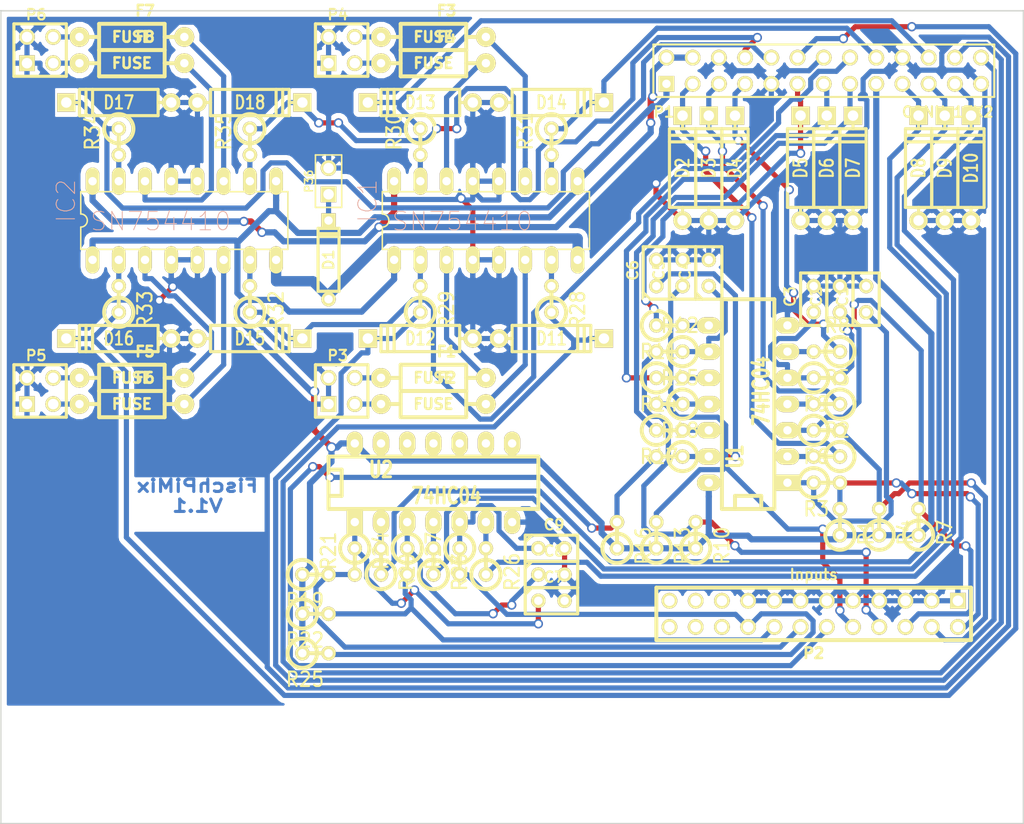
<source format=kicad_pcb>
(kicad_pcb (version 3) (host pcbnew "(2013-07-07 BZR 4022)-stable")
  (layers (15 F.Cu signal) (0 B.Cu signal) (18 B.Paste user) (19 F.Paste user) (20 B.SilkS user) (21 F.SilkS user) (22 B.Mask user) (23 F.Mask user) (28 Edge.Cuts user))
  (net 0 "")
  (net 1 +3.3V)
  (net 2 +5V)
  (net 3 +9V)
  (net 4 "/GPIO0(SDA)")
  (net 5 "/GPIO1(SCL)")
  (net 6 "/GPIO10(MOSI)")
  (net 7 "/GPIO11(SCLK)")
  (net 8 /GPIO17)
  (net 9 /GPIO18)
  (net 10 /GPIO21)
  (net 11 /GPIO22)
  (net 12 /GPIO23)
  (net 13 /GPIO24)
  (net 14 /GPIO25)
  (net 15 /GPIO4)
  (net 16 "/GPIO9(MISO)")
  (net 17 /RXD)
  (net 18 /TXD)
  (net 19 GND)
  (net 20 N-000001)
  (net 21 N-0000010)
  (net 22 N-0000011)
  (net 23 N-0000012)
  (net 24 N-0000013)
  (net 25 N-0000014)
  (net 26 N-0000015)
  (net 27 N-0000016)
  (net 28 N-0000017)
  (net 29 N-0000018)
  (net 30 N-0000019)
  (net 31 N-000002)
  (net 32 N-0000022)
  (net 33 N-0000023)
  (net 34 N-0000024)
  (net 35 N-0000025)
  (net 36 N-0000026)
  (net 37 N-0000027)
  (net 38 N-0000028)
  (net 39 N-0000029)
  (net 40 N-000003)
  (net 41 N-0000031)
  (net 42 N-0000032)
  (net 43 N-0000033)
  (net 44 N-0000034)
  (net 45 N-0000035)
  (net 46 N-0000036)
  (net 47 N-0000037)
  (net 48 N-0000038)
  (net 49 N-0000039)
  (net 50 N-000004)
  (net 51 N-0000040)
  (net 52 N-0000041)
  (net 53 N-0000042)
  (net 54 N-0000043)
  (net 55 N-0000044)
  (net 56 N-0000045)
  (net 57 N-0000046)
  (net 58 N-0000047)
  (net 59 N-0000048)
  (net 60 N-0000049)
  (net 61 N-000005)
  (net 62 N-0000050)
  (net 63 N-0000051)
  (net 64 N-0000052)
  (net 65 N-0000053)
  (net 66 N-0000054)
  (net 67 N-0000055)
  (net 68 N-0000056)
  (net 69 N-0000057)
  (net 70 N-0000058)
  (net 71 N-000006)
  (net 72 N-000007)
  (net 73 N-000008)
  (module pin_array_13x2 (layer F.Cu) (at 161 129)
    (fp_text reference P1 (at -15.5 4) (layer F.SilkS) (effects (font (size 1.016 1.016) (thickness 0.2032))))
    (fp_text value CONN_13X2 (at 12 4) (layer F.SilkS) (effects (font (size 1.016 1.016) (thickness 0.2032))))
    (pad 1 thru_hole rect (at -15.24 1.27) (size 1.524 1.524) (drill 0.8128) (layers *.Cu *.Mask F.SilkS) (net 1 +3.3V))
    (pad 2 thru_hole circle (at -15.24 -1.27) (size 1.524 1.524) (drill 1.016) (layers *.Cu *.Mask F.SilkS) (net 2 +5V))
    (pad 3 thru_hole circle (at -12.7 1.27) (size 1.524 1.524) (drill 1.016) (layers *.Cu *.Mask F.SilkS) (net 4 "/GPIO0(SDA)"))
    (pad 4 thru_hole circle (at -12.7 -1.27) (size 1.524 1.524) (drill 1.016) (layers *.Cu *.Mask F.SilkS) (net 2 +5V))
    (pad 5 thru_hole circle (at -10.16 1.27) (size 1.524 1.524) (drill 1.016) (layers *.Cu *.Mask F.SilkS) (net 5 "/GPIO1(SCL)"))
    (pad 6 thru_hole circle (at -10.16 -1.27) (size 1.524 1.524) (drill 1.016) (layers *.Cu *.Mask F.SilkS) (net 19 GND))
    (pad 7 thru_hole circle (at -7.62 1.27) (size 1.524 1.524) (drill 1.016) (layers *.Cu *.Mask F.SilkS) (net 15 /GPIO4))
    (pad 8 thru_hole circle (at -7.62 -1.27) (size 1.524 1.524) (drill 1.016) (layers *.Cu *.Mask F.SilkS) (net 18 /TXD))
    (pad 9 thru_hole circle (at -5.08 1.27) (size 1.524 1.524) (drill 1.016) (layers *.Cu *.Mask F.SilkS) (net 19 GND))
    (pad 10 thru_hole circle (at -5.08 -1.27) (size 1.524 1.524) (drill 1.016) (layers *.Cu *.Mask F.SilkS) (net 17 /RXD))
    (pad 11 thru_hole circle (at -2.54 1.27) (size 1.524 1.524) (drill 1.016) (layers *.Cu *.Mask F.SilkS) (net 8 /GPIO17))
    (pad 12 thru_hole circle (at -2.54 -1.27) (size 1.524 1.524) (drill 1.016) (layers *.Cu *.Mask F.SilkS) (net 9 /GPIO18))
    (pad 13 thru_hole circle (at 0 1.27) (size 1.524 1.524) (drill 1.016) (layers *.Cu *.Mask F.SilkS) (net 10 /GPIO21))
    (pad 14 thru_hole circle (at 0 -1.27) (size 1.524 1.524) (drill 1.016) (layers *.Cu *.Mask F.SilkS) (net 19 GND))
    (pad 15 thru_hole circle (at 2.54 1.27) (size 1.524 1.524) (drill 1.016) (layers *.Cu *.Mask F.SilkS) (net 11 /GPIO22))
    (pad 16 thru_hole circle (at 2.54 -1.27) (size 1.524 1.524) (drill 1.016) (layers *.Cu *.Mask F.SilkS) (net 12 /GPIO23))
    (pad 17 thru_hole circle (at 5.08 1.27) (size 1.524 1.524) (drill 1.016) (layers *.Cu *.Mask F.SilkS) (net 1 +3.3V))
    (pad 18 thru_hole circle (at 5.08 -1.27) (size 1.524 1.524) (drill 1.016) (layers *.Cu *.Mask F.SilkS) (net 13 /GPIO24))
    (pad 19 thru_hole circle (at 7.62 1.27) (size 1.524 1.524) (drill 1.016) (layers *.Cu *.Mask F.SilkS) (net 6 "/GPIO10(MOSI)"))
    (pad 20 thru_hole circle (at 7.62 -1.27) (size 1.524 1.524) (drill 1.016) (layers *.Cu *.Mask F.SilkS) (net 19 GND))
    (pad 21 thru_hole circle (at 10.16 1.27) (size 1.524 1.524) (drill 1.016) (layers *.Cu *.Mask F.SilkS) (net 16 "/GPIO9(MISO)"))
    (pad 22 thru_hole circle (at 10.16 -1.27) (size 1.524 1.524) (drill 1.016) (layers *.Cu *.Mask F.SilkS) (net 14 /GPIO25))
    (pad 23 thru_hole circle (at 12.7 1.27) (size 1.524 1.524) (drill 1.016) (layers *.Cu *.Mask F.SilkS) (net 7 "/GPIO11(SCLK)"))
    (pad 24 thru_hole circle (at 12.7 -1.27) (size 1.524 1.524) (drill 1.016) (layers *.Cu *.Mask F.SilkS) (net 69 N-0000057))
    (pad 25 thru_hole circle (at 15.24 1.27) (size 1.524 1.524) (drill 1.016) (layers *.Cu *.Mask F.SilkS) (net 19 GND))
    (pad 26 thru_hole circle (at 15.24 -1.27) (size 1.524 1.524) (drill 1.016) (layers *.Cu *.Mask F.SilkS) (net 70 N-0000058))
  )
  (module HBridge-DIP16 (layer F.Cu) (at 129.54 143.51)
    (fp_text reference IC1 (at -12.7254 -1.905 90) (layer B.SilkS) (effects (font (size 1.778 1.778) (thickness 0.0889))))
    (fp_text value SN754410 (at -3.556 0.0762) (layer B.SilkS) (effects (font (size 1.778 1.778) (thickness 0.0889))))
    (pad 1 thru_hole oval (at -10.16 3.81) (size 1.3208 2.6416) (drill 0.8128) (layers *.Cu F.Paste F.SilkS F.Mask) (net 1 +3.3V))
    (pad 2 thru_hole oval (at -7.62 3.81) (size 1.3208 2.6416) (drill 0.8128) (layers *.Cu F.Paste F.SilkS F.Mask) (net 52 N-0000041))
    (pad 3 thru_hole oval (at -5.08 3.81) (size 1.3208 2.6416) (drill 0.8128) (layers *.Cu F.Paste F.SilkS F.Mask) (net 57 N-0000046))
    (pad 4 thru_hole oval (at -2.54 3.81) (size 1.3208 2.6416) (drill 0.8128) (layers *.Cu F.Paste F.SilkS F.Mask) (net 19 GND))
    (pad 5 thru_hole oval (at 0 3.81) (size 1.3208 2.6416) (drill 0.8128) (layers *.Cu F.Paste F.SilkS F.Mask) (net 19 GND))
    (pad 6 thru_hole oval (at 2.54 3.81) (size 1.3208 2.6416) (drill 0.8128) (layers *.Cu F.Paste F.SilkS F.Mask) (net 56 N-0000045))
    (pad 7 thru_hole oval (at 5.08 3.81) (size 1.3208 2.6416) (drill 0.8128) (layers *.Cu F.Paste F.SilkS F.Mask) (net 53 N-0000042))
    (pad 8 thru_hole oval (at 7.62 3.81) (size 1.3208 2.6416) (drill 0.8128) (layers *.Cu F.Paste F.SilkS F.Mask) (net 3 +9V))
    (pad 9 thru_hole oval (at 7.62 -3.81) (size 1.3208 2.6416) (drill 0.8128) (layers *.Cu F.Paste F.SilkS F.Mask) (net 1 +3.3V))
    (pad 10 thru_hole oval (at 5.08 -3.81) (size 1.3208 2.6416) (drill 0.8128) (layers *.Cu F.Paste F.SilkS F.Mask) (net 55 N-0000044))
    (pad 11 thru_hole oval (at 2.54 -3.81) (size 1.3208 2.6416) (drill 0.8128) (layers *.Cu F.Paste F.SilkS F.Mask) (net 58 N-0000047))
    (pad 12 thru_hole oval (at 0 -3.81) (size 1.3208 2.6416) (drill 0.8128) (layers *.Cu F.Paste F.SilkS F.Mask) (net 19 GND))
    (pad 13 thru_hole oval (at -2.54 -3.81) (size 1.3208 2.6416) (drill 0.8128) (layers *.Cu F.Paste F.SilkS F.Mask) (net 19 GND))
    (pad 14 thru_hole oval (at -5.08 -3.81) (size 1.3208 2.6416) (drill 0.8128) (layers *.Cu F.Paste F.SilkS F.Mask) (net 59 N-0000048))
    (pad 15 thru_hole oval (at -7.62 -3.81) (size 1.3208 2.6416) (drill 0.8128) (layers *.Cu F.Paste F.SilkS F.Mask) (net 54 N-0000043))
    (pad 16 thru_hole oval (at -10.16 -3.81) (size 1.3208 2.6416) (drill 0.8128) (layers *.Cu F.Paste F.SilkS F.Mask) (net 2 +5V))
  )
  (module HBridge-DIP16 (layer F.Cu) (at 100.33 143.51)
    (fp_text reference IC2 (at -12.7254 -1.905 90) (layer B.SilkS) (effects (font (size 1.778 1.778) (thickness 0.0889))))
    (fp_text value SN754410 (at -3.556 0.0762) (layer B.SilkS) (effects (font (size 1.778 1.778) (thickness 0.0889))))
    (pad 1 thru_hole oval (at -10.16 3.81) (size 1.3208 2.6416) (drill 0.8128) (layers *.Cu F.Paste F.SilkS F.Mask) (net 1 +3.3V))
    (pad 2 thru_hole oval (at -7.62 3.81) (size 1.3208 2.6416) (drill 0.8128) (layers *.Cu F.Paste F.SilkS F.Mask) (net 43 N-0000033))
    (pad 3 thru_hole oval (at -5.08 3.81) (size 1.3208 2.6416) (drill 0.8128) (layers *.Cu F.Paste F.SilkS F.Mask) (net 47 N-0000037))
    (pad 4 thru_hole oval (at -2.54 3.81) (size 1.3208 2.6416) (drill 0.8128) (layers *.Cu F.Paste F.SilkS F.Mask) (net 19 GND))
    (pad 5 thru_hole oval (at 0 3.81) (size 1.3208 2.6416) (drill 0.8128) (layers *.Cu F.Paste F.SilkS F.Mask) (net 19 GND))
    (pad 6 thru_hole oval (at 2.54 3.81) (size 1.3208 2.6416) (drill 0.8128) (layers *.Cu F.Paste F.SilkS F.Mask) (net 46 N-0000036))
    (pad 7 thru_hole oval (at 5.08 3.81) (size 1.3208 2.6416) (drill 0.8128) (layers *.Cu F.Paste F.SilkS F.Mask) (net 44 N-0000034))
    (pad 8 thru_hole oval (at 7.62 3.81) (size 1.3208 2.6416) (drill 0.8128) (layers *.Cu F.Paste F.SilkS F.Mask) (net 3 +9V))
    (pad 9 thru_hole oval (at 7.62 -3.81) (size 1.3208 2.6416) (drill 0.8128) (layers *.Cu F.Paste F.SilkS F.Mask) (net 1 +3.3V))
    (pad 10 thru_hole oval (at 5.08 -3.81) (size 1.3208 2.6416) (drill 0.8128) (layers *.Cu F.Paste F.SilkS F.Mask) (net 42 N-0000032))
    (pad 11 thru_hole oval (at 2.54 -3.81) (size 1.3208 2.6416) (drill 0.8128) (layers *.Cu F.Paste F.SilkS F.Mask) (net 48 N-0000038))
    (pad 12 thru_hole oval (at 0 -3.81) (size 1.3208 2.6416) (drill 0.8128) (layers *.Cu F.Paste F.SilkS F.Mask) (net 19 GND))
    (pad 13 thru_hole oval (at -2.54 -3.81) (size 1.3208 2.6416) (drill 0.8128) (layers *.Cu F.Paste F.SilkS F.Mask) (net 19 GND))
    (pad 14 thru_hole oval (at -5.08 -3.81) (size 1.3208 2.6416) (drill 0.8128) (layers *.Cu F.Paste F.SilkS F.Mask) (net 49 N-0000039))
    (pad 15 thru_hole oval (at -7.62 -3.81) (size 1.3208 2.6416) (drill 0.8128) (layers *.Cu F.Paste F.SilkS F.Mask) (net 45 N-0000035))
    (pad 16 thru_hole oval (at -10.16 -3.81) (size 1.3208 2.6416) (drill 0.8128) (layers *.Cu F.Paste F.SilkS F.Mask) (net 2 +5V))
  )
  (module DIP-14__300_ELL (layer F.Cu) (at 123.19 168.91)
    (fp_text reference U2 (at -5.08 -1.27) (layer F.SilkS) (effects (font (size 1.524 1.143) (thickness 0.3048))))
    (fp_text value 74HC04 (at 1.27 1.27) (layer F.SilkS) (effects (font (size 1.524 1.143) (thickness 0.3048))))
    (pad 1 thru_hole rect (at -7.62 3.81) (size 1.5748 2.286) (drill 0.8128) (layers *.Cu *.Mask F.SilkS) (net 30 N-0000019))
    (pad 2 thru_hole oval (at -5.08 3.81) (size 1.5748 2.286) (drill 0.8128) (layers *.Cu *.Mask F.SilkS) (net 23 N-0000012))
    (pad 3 thru_hole oval (at -2.54 3.81) (size 1.5748 2.286) (drill 0.8128) (layers *.Cu *.Mask F.SilkS) (net 24 N-0000013))
    (pad 4 thru_hole oval (at 0 3.81) (size 1.5748 2.286) (drill 0.8128) (layers *.Cu *.Mask F.SilkS) (net 26 N-0000015))
    (pad 5 thru_hole oval (at 2.54 3.81) (size 1.5748 2.286) (drill 0.8128) (layers *.Cu *.Mask F.SilkS) (net 67 N-0000055))
    (pad 6 thru_hole oval (at 5.08 3.81) (size 1.5748 2.286) (drill 0.8128) (layers *.Cu *.Mask F.SilkS) (net 68 N-0000056))
    (pad 7 thru_hole oval (at 7.62 3.81) (size 1.5748 2.286) (drill 0.8128) (layers *.Cu *.Mask F.SilkS) (net 19 GND))
    (pad 8 thru_hole oval (at 7.62 -3.81) (size 1.5748 2.286) (drill 0.8128) (layers *.Cu *.Mask F.SilkS))
    (pad 9 thru_hole oval (at 5.08 -3.81) (size 1.5748 2.286) (drill 0.8128) (layers *.Cu *.Mask F.SilkS))
    (pad 10 thru_hole oval (at 2.54 -3.81) (size 1.5748 2.286) (drill 0.8128) (layers *.Cu *.Mask F.SilkS))
    (pad 11 thru_hole oval (at 0 -3.81) (size 1.5748 2.286) (drill 0.8128) (layers *.Cu *.Mask F.SilkS))
    (pad 12 thru_hole oval (at -2.54 -3.81) (size 1.5748 2.286) (drill 0.8128) (layers *.Cu *.Mask F.SilkS))
    (pad 13 thru_hole oval (at -5.08 -3.81) (size 1.5748 2.286) (drill 0.8128) (layers *.Cu *.Mask F.SilkS))
    (pad 14 thru_hole oval (at -7.62 -3.81) (size 1.5748 2.286) (drill 0.8128) (layers *.Cu *.Mask F.SilkS) (net 1 +3.3V))
  )
  (module DIP-14__300_ELL (layer F.Cu) (at 153.67 161.29 90)
    (fp_text reference U1 (at -5.08 -1.27 90) (layer F.SilkS) (effects (font (size 1.524 1.143) (thickness 0.3048))))
    (fp_text value 74HC04 (at 1.27 1.27 90) (layer F.SilkS) (effects (font (size 1.524 1.143) (thickness 0.3048))))
    (pad 1 thru_hole rect (at -7.62 3.81 90) (size 1.5748 2.286) (drill 0.8128) (layers *.Cu *.Mask F.SilkS) (net 41 N-0000031))
    (pad 2 thru_hole oval (at -5.08 3.81 90) (size 1.5748 2.286) (drill 0.8128) (layers *.Cu *.Mask F.SilkS) (net 36 N-0000026))
    (pad 3 thru_hole oval (at -2.54 3.81 90) (size 1.5748 2.286) (drill 0.8128) (layers *.Cu *.Mask F.SilkS) (net 34 N-0000024))
    (pad 4 thru_hole oval (at 0 3.81 90) (size 1.5748 2.286) (drill 0.8128) (layers *.Cu *.Mask F.SilkS) (net 38 N-0000028))
    (pad 5 thru_hole oval (at 2.54 3.81 90) (size 1.5748 2.286) (drill 0.8128) (layers *.Cu *.Mask F.SilkS) (net 71 N-000006))
    (pad 6 thru_hole oval (at 5.08 3.81 90) (size 1.5748 2.286) (drill 0.8128) (layers *.Cu *.Mask F.SilkS) (net 73 N-000008))
    (pad 7 thru_hole oval (at 7.62 3.81 90) (size 1.5748 2.286) (drill 0.8128) (layers *.Cu *.Mask F.SilkS) (net 19 GND))
    (pad 8 thru_hole oval (at 7.62 -3.81 90) (size 1.5748 2.286) (drill 0.8128) (layers *.Cu *.Mask F.SilkS) (net 31 N-000002))
    (pad 9 thru_hole oval (at 5.08 -3.81 90) (size 1.5748 2.286) (drill 0.8128) (layers *.Cu *.Mask F.SilkS) (net 21 N-0000010))
    (pad 10 thru_hole oval (at 2.54 -3.81 90) (size 1.5748 2.286) (drill 0.8128) (layers *.Cu *.Mask F.SilkS) (net 61 N-000005))
    (pad 11 thru_hole oval (at 0 -3.81 90) (size 1.5748 2.286) (drill 0.8128) (layers *.Cu *.Mask F.SilkS) (net 40 N-000003))
    (pad 12 thru_hole oval (at -2.54 -3.81 90) (size 1.5748 2.286) (drill 0.8128) (layers *.Cu *.Mask F.SilkS) (net 29 N-0000018))
    (pad 13 thru_hole oval (at -5.08 -3.81 90) (size 1.5748 2.286) (drill 0.8128) (layers *.Cu *.Mask F.SilkS) (net 27 N-0000016))
    (pad 14 thru_hole oval (at -7.62 -3.81 90) (size 1.5748 2.286) (drill 0.8128) (layers *.Cu *.Mask F.SilkS) (net 1 +3.3V))
  )
  (module D4 (layer F.Cu) (at 134.62 132.08)
    (fp_text reference D14 (at 0 0) (layer F.SilkS) (effects (font (size 1.27 1.016) (thickness 0.2032))))
    (fp_text value 3,3V hide)
    (pad 1 thru_hole circle (at -5.08 0) (size 1.778 1.778) (drill 1.016) (layers *.Cu *.Mask F.SilkS) (net 19 GND))
    (pad 2 thru_hole rect (at 5.08 0) (size 1.778 1.778) (drill 1.016) (layers *.Cu *.Mask F.SilkS) (net 13 /GPIO24))
  )
  (module D4 (layer F.Cu) (at 121.92 132.08 180)
    (fp_text reference D13 (at 0 0 180) (layer F.SilkS) (effects (font (size 1.27 1.016) (thickness 0.2032))))
    (fp_text value 3,3V hide)
    (pad 1 thru_hole circle (at -5.08 0 180) (size 1.778 1.778) (drill 1.016) (layers *.Cu *.Mask F.SilkS) (net 19 GND))
    (pad 2 thru_hole rect (at 5.08 0 180) (size 1.778 1.778) (drill 1.016) (layers *.Cu *.Mask F.SilkS) (net 14 /GPIO25))
  )
  (module D4 (layer F.Cu) (at 92.71 154.94 180)
    (fp_text reference D16 (at 0 0 180) (layer F.SilkS) (effects (font (size 1.27 1.016) (thickness 0.2032))))
    (fp_text value 3,3V hide)
    (pad 1 thru_hole circle (at -5.08 0 180) (size 1.778 1.778) (drill 1.016) (layers *.Cu *.Mask F.SilkS) (net 19 GND))
    (pad 2 thru_hole rect (at 5.08 0 180) (size 1.778 1.778) (drill 1.016) (layers *.Cu *.Mask F.SilkS) (net 9 /GPIO18))
  )
  (module D4 (layer F.Cu) (at 161.29 138.43 90)
    (fp_text reference D6 (at 0 0 90) (layer F.SilkS) (effects (font (size 1.27 1.016) (thickness 0.2032))))
    (fp_text value 3,3V hide)
    (pad 1 thru_hole circle (at -5.08 0 90) (size 1.778 1.778) (drill 1.016) (layers *.Cu *.Mask F.SilkS) (net 19 GND))
    (pad 2 thru_hole rect (at 5.08 0 90) (size 1.778 1.778) (drill 1.016) (layers *.Cu *.Mask F.SilkS) (net 10 /GPIO21))
  )
  (module D4 (layer F.Cu) (at 172.72 138.43 90)
    (fp_text reference D9 (at 0 0 90) (layer F.SilkS) (effects (font (size 1.27 1.016) (thickness 0.2032))))
    (fp_text value 3,3V hide)
    (pad 1 thru_hole circle (at -5.08 0 90) (size 1.778 1.778) (drill 1.016) (layers *.Cu *.Mask F.SilkS) (net 19 GND))
    (pad 2 thru_hole rect (at 5.08 0 90) (size 1.778 1.778) (drill 1.016) (layers *.Cu *.Mask F.SilkS) (net 16 "/GPIO9(MISO)"))
  )
  (module D4 (layer F.Cu) (at 170.18 138.43 90)
    (fp_text reference D8 (at 0 0 90) (layer F.SilkS) (effects (font (size 1.27 1.016) (thickness 0.2032))))
    (fp_text value 3,3V hide)
    (pad 1 thru_hole circle (at -5.08 0 90) (size 1.778 1.778) (drill 1.016) (layers *.Cu *.Mask F.SilkS) (net 19 GND))
    (pad 2 thru_hole rect (at 5.08 0 90) (size 1.778 1.778) (drill 1.016) (layers *.Cu *.Mask F.SilkS) (net 6 "/GPIO10(MOSI)"))
  )
  (module D4 (layer F.Cu) (at 121.92 154.94 180)
    (fp_text reference D12 (at 0 0 180) (layer F.SilkS) (effects (font (size 1.27 1.016) (thickness 0.2032))))
    (fp_text value 3,3V hide)
    (pad 1 thru_hole circle (at -5.08 0 180) (size 1.778 1.778) (drill 1.016) (layers *.Cu *.Mask F.SilkS) (net 19 GND))
    (pad 2 thru_hole rect (at 5.08 0 180) (size 1.778 1.778) (drill 1.016) (layers *.Cu *.Mask F.SilkS) (net 69 N-0000057))
  )
  (module D4 (layer F.Cu) (at 175.26 138.43 90)
    (fp_text reference D10 (at 0 0 90) (layer F.SilkS) (effects (font (size 1.27 1.016) (thickness 0.2032))))
    (fp_text value 3,3V hide)
    (pad 1 thru_hole circle (at -5.08 0 90) (size 1.778 1.778) (drill 1.016) (layers *.Cu *.Mask F.SilkS) (net 19 GND))
    (pad 2 thru_hole rect (at 5.08 0 90) (size 1.778 1.778) (drill 1.016) (layers *.Cu *.Mask F.SilkS) (net 7 "/GPIO11(SCLK)"))
  )
  (module D4 (layer F.Cu) (at 134.62 154.94)
    (fp_text reference D11 (at 0 0) (layer F.SilkS) (effects (font (size 1.27 1.016) (thickness 0.2032))))
    (fp_text value 3,3V hide)
    (pad 1 thru_hole circle (at -5.08 0) (size 1.778 1.778) (drill 1.016) (layers *.Cu *.Mask F.SilkS) (net 19 GND))
    (pad 2 thru_hole rect (at 5.08 0) (size 1.778 1.778) (drill 1.016) (layers *.Cu *.Mask F.SilkS) (net 70 N-0000058))
  )
  (module D4 (layer F.Cu) (at 105.41 154.94)
    (fp_text reference D15 (at 0 0) (layer F.SilkS) (effects (font (size 1.27 1.016) (thickness 0.2032))))
    (fp_text value 3,3V hide)
    (pad 1 thru_hole circle (at -5.08 0) (size 1.778 1.778) (drill 1.016) (layers *.Cu *.Mask F.SilkS) (net 19 GND))
    (pad 2 thru_hole rect (at 5.08 0) (size 1.778 1.778) (drill 1.016) (layers *.Cu *.Mask F.SilkS) (net 12 /GPIO23))
  )
  (module D4 (layer F.Cu) (at 163.83 138.43 90)
    (fp_text reference D7 (at 0 0 90) (layer F.SilkS) (effects (font (size 1.27 1.016) (thickness 0.2032))))
    (fp_text value 3,3V hide)
    (pad 1 thru_hole circle (at -5.08 0 90) (size 1.778 1.778) (drill 1.016) (layers *.Cu *.Mask F.SilkS) (net 19 GND))
    (pad 2 thru_hole rect (at 5.08 0 90) (size 1.778 1.778) (drill 1.016) (layers *.Cu *.Mask F.SilkS) (net 11 /GPIO22))
  )
  (module D4 (layer F.Cu) (at 92.71 132.08 180)
    (fp_text reference D17 (at 0 0 180) (layer F.SilkS) (effects (font (size 1.27 1.016) (thickness 0.2032))))
    (fp_text value 3,3V hide)
    (pad 1 thru_hole circle (at -5.08 0 180) (size 1.778 1.778) (drill 1.016) (layers *.Cu *.Mask F.SilkS) (net 19 GND))
    (pad 2 thru_hole rect (at 5.08 0 180) (size 1.778 1.778) (drill 1.016) (layers *.Cu *.Mask F.SilkS) (net 17 /RXD))
  )
  (module D4 (layer F.Cu) (at 147.32 138.43 90)
    (fp_text reference D2 (at 0 0 90) (layer F.SilkS) (effects (font (size 1.27 1.016) (thickness 0.2032))))
    (fp_text value 3,3V hide)
    (pad 1 thru_hole circle (at -5.08 0 90) (size 1.778 1.778) (drill 1.016) (layers *.Cu *.Mask F.SilkS) (net 19 GND))
    (pad 2 thru_hole rect (at 5.08 0 90) (size 1.778 1.778) (drill 1.016) (layers *.Cu *.Mask F.SilkS) (net 4 "/GPIO0(SDA)"))
  )
  (module D4 (layer F.Cu) (at 149.86 138.43 90)
    (fp_text reference D3 (at 0 0 90) (layer F.SilkS) (effects (font (size 1.27 1.016) (thickness 0.2032))))
    (fp_text value 3,3V hide)
    (pad 1 thru_hole circle (at -5.08 0 90) (size 1.778 1.778) (drill 1.016) (layers *.Cu *.Mask F.SilkS) (net 19 GND))
    (pad 2 thru_hole rect (at 5.08 0 90) (size 1.778 1.778) (drill 1.016) (layers *.Cu *.Mask F.SilkS) (net 5 "/GPIO1(SCL)"))
  )
  (module D4 (layer F.Cu) (at 152.4 138.43 90)
    (fp_text reference D4 (at 0 0 90) (layer F.SilkS) (effects (font (size 1.27 1.016) (thickness 0.2032))))
    (fp_text value 3,3V hide)
    (pad 1 thru_hole circle (at -5.08 0 90) (size 1.778 1.778) (drill 1.016) (layers *.Cu *.Mask F.SilkS) (net 19 GND))
    (pad 2 thru_hole rect (at 5.08 0 90) (size 1.778 1.778) (drill 1.016) (layers *.Cu *.Mask F.SilkS) (net 15 /GPIO4))
  )
  (module D4 (layer F.Cu) (at 105.41 132.08)
    (fp_text reference D18 (at 0 0) (layer F.SilkS) (effects (font (size 1.27 1.016) (thickness 0.2032))))
    (fp_text value 3,3V hide)
    (pad 1 thru_hole circle (at -5.08 0) (size 1.778 1.778) (drill 1.016) (layers *.Cu *.Mask F.SilkS) (net 19 GND))
    (pad 2 thru_hole rect (at 5.08 0) (size 1.778 1.778) (drill 1.016) (layers *.Cu *.Mask F.SilkS) (net 18 /TXD))
  )
  (module D4 (layer F.Cu) (at 158.75 138.43 90)
    (fp_text reference D5 (at 0 0 90) (layer F.SilkS) (effects (font (size 1.27 1.016) (thickness 0.2032))))
    (fp_text value 3,3V hide)
    (pad 1 thru_hole circle (at -5.08 0 90) (size 1.778 1.778) (drill 1.016) (layers *.Cu *.Mask F.SilkS) (net 19 GND))
    (pad 2 thru_hole rect (at 5.08 0 90) (size 1.778 1.778) (drill 1.016) (layers *.Cu *.Mask F.SilkS) (net 8 /GPIO17))
  )
  (module D3 (layer F.Cu) (at 113.03 147.32 90)
    (fp_text reference D1 (at 0 0 90) (layer F.SilkS) (effects (font (size 1.016 1.016) (thickness 0.2032))))
    (fp_text value DIODE hide)
    (pad 2 thru_hole rect (at 3.81 0 90) (size 1.397 1.397) (drill 0.8128) (layers *.Cu *.Mask F.SilkS) (net 39 N-0000029))
    (pad 1 thru_hole circle (at -3.81 0 90) (size 1.397 1.397) (drill 0.8128) (layers *.Cu *.Mask F.SilkS) (net 3 +9V))
  )
  (module C1 (layer F.Cu) (at 160.02 151.13 90)
    (fp_text reference C3 (at 0.254 -2.286 90) (layer F.SilkS) (effects (font (size 1.016 1.016) (thickness 0.2032))))
    (fp_text value 1uF hide)
    (pad 1 thru_hole circle (at -1.27 0 90) (size 1.397 1.397) (drill 0.8128) (layers *.Cu *.Mask F.SilkS) (net 71 N-000006))
    (pad 2 thru_hole circle (at 1.27 0 90) (size 1.397 1.397) (drill 0.8128) (layers *.Cu *.Mask F.SilkS) (net 19 GND))
  )
  (module C1 (layer F.Cu) (at 134.62 180.34)
    (fp_text reference C7 (at 0.254 -2.286) (layer F.SilkS) (effects (font (size 1.016 1.016) (thickness 0.2032))))
    (fp_text value 1uF hide)
    (pad 1 thru_hole circle (at -1.27 0) (size 1.397 1.397) (drill 0.8128) (layers *.Cu *.Mask F.SilkS) (net 30 N-0000019))
    (pad 2 thru_hole circle (at 1.27 0) (size 1.397 1.397) (drill 0.8128) (layers *.Cu *.Mask F.SilkS) (net 19 GND))
  )
  (module C1 (layer F.Cu) (at 165.1 151.13 90)
    (fp_text reference C1 (at 0.254 -2.286 90) (layer F.SilkS) (effects (font (size 1.016 1.016) (thickness 0.2032))))
    (fp_text value 1uF hide)
    (pad 1 thru_hole circle (at -1.27 0 90) (size 1.397 1.397) (drill 0.8128) (layers *.Cu *.Mask F.SilkS) (net 41 N-0000031))
    (pad 2 thru_hole circle (at 1.27 0 90) (size 1.397 1.397) (drill 0.8128) (layers *.Cu *.Mask F.SilkS) (net 19 GND))
  )
  (module C1 (layer F.Cu) (at 144.78 148.59 90)
    (fp_text reference C6 (at 0.254 -2.286 90) (layer F.SilkS) (effects (font (size 1.016 1.016) (thickness 0.2032))))
    (fp_text value 1uF hide)
    (pad 1 thru_hole circle (at -1.27 0 90) (size 1.397 1.397) (drill 0.8128) (layers *.Cu *.Mask F.SilkS) (net 27 N-0000016))
    (pad 2 thru_hole circle (at 1.27 0 90) (size 1.397 1.397) (drill 0.8128) (layers *.Cu *.Mask F.SilkS) (net 19 GND))
  )
  (module C1 (layer F.Cu) (at 162.56 151.13 90)
    (fp_text reference C2 (at 0.254 -2.286 90) (layer F.SilkS) (effects (font (size 1.016 1.016) (thickness 0.2032))))
    (fp_text value 1uF hide)
    (pad 1 thru_hole circle (at -1.27 0 90) (size 1.397 1.397) (drill 0.8128) (layers *.Cu *.Mask F.SilkS) (net 34 N-0000024))
    (pad 2 thru_hole circle (at 1.27 0 90) (size 1.397 1.397) (drill 0.8128) (layers *.Cu *.Mask F.SilkS) (net 19 GND))
  )
  (module C1 (layer F.Cu) (at 147.32 148.59 90)
    (fp_text reference C5 (at 0.254 -2.286 90) (layer F.SilkS) (effects (font (size 1.016 1.016) (thickness 0.2032))))
    (fp_text value 1uF hide)
    (pad 1 thru_hole circle (at -1.27 0 90) (size 1.397 1.397) (drill 0.8128) (layers *.Cu *.Mask F.SilkS) (net 40 N-000003))
    (pad 2 thru_hole circle (at 1.27 0 90) (size 1.397 1.397) (drill 0.8128) (layers *.Cu *.Mask F.SilkS) (net 19 GND))
  )
  (module C1 (layer F.Cu) (at 134.62 177.8)
    (fp_text reference C8 (at 0.254 -2.286) (layer F.SilkS) (effects (font (size 1.016 1.016) (thickness 0.2032))))
    (fp_text value 1uF hide)
    (pad 1 thru_hole circle (at -1.27 0) (size 1.397 1.397) (drill 0.8128) (layers *.Cu *.Mask F.SilkS) (net 24 N-0000013))
    (pad 2 thru_hole circle (at 1.27 0) (size 1.397 1.397) (drill 0.8128) (layers *.Cu *.Mask F.SilkS) (net 19 GND))
  )
  (module C1 (layer F.Cu) (at 134.62 175.26)
    (fp_text reference C9 (at 0.254 -2.286) (layer F.SilkS) (effects (font (size 1.016 1.016) (thickness 0.2032))))
    (fp_text value 1uF hide)
    (pad 1 thru_hole circle (at -1.27 0) (size 1.397 1.397) (drill 0.8128) (layers *.Cu *.Mask F.SilkS) (net 67 N-0000055))
    (pad 2 thru_hole circle (at 1.27 0) (size 1.397 1.397) (drill 0.8128) (layers *.Cu *.Mask F.SilkS) (net 19 GND))
  )
  (module C1 (layer F.Cu) (at 149.86 148.59 90)
    (fp_text reference C4 (at 0.254 -2.286 90) (layer F.SilkS) (effects (font (size 1.016 1.016) (thickness 0.2032))))
    (fp_text value 1uF hide)
    (pad 1 thru_hole circle (at -1.27 0 90) (size 1.397 1.397) (drill 0.8128) (layers *.Cu *.Mask F.SilkS) (net 21 N-0000010))
    (pad 2 thru_hole circle (at 1.27 0 90) (size 1.397 1.397) (drill 0.8128) (layers *.Cu *.Mask F.SilkS) (net 19 GND))
  )
  (module R250-4 (layer F.Cu) (at 93.98 158.75 180)
    (fp_text reference F5 (at -1.27 2.54 180) (layer F.SilkS) (effects (font (size 1.016 1.016) (thickness 0.254))))
    (fp_text value FUSE (at 0 0 180) (layer F.SilkS) (effects (font (size 1.016 1.016) (thickness 0.254))))
    (pad 2 thru_hole circle (at -5.08 0 180) (size 1.905 1.905) (drill 0.8128) (layers *.Cu *.Mask F.SilkS) (net 47 N-0000037))
    (pad 1 thru_hole circle (at 5.08 0 180) (size 1.905 1.905) (drill 0.8128) (layers *.Cu *.Mask F.SilkS) (net 33 N-0000023))
  )
  (module R250-4 (layer F.Cu) (at 93.98 161.29 180)
    (fp_text reference F6 (at -1.27 2.54 180) (layer F.SilkS) (effects (font (size 1.016 1.016) (thickness 0.254))))
    (fp_text value FUSE (at 0 0 180) (layer F.SilkS) (effects (font (size 1.016 1.016) (thickness 0.254))))
    (pad 2 thru_hole circle (at -5.08 0 180) (size 1.905 1.905) (drill 0.8128) (layers *.Cu *.Mask F.SilkS) (net 46 N-0000036))
    (pad 1 thru_hole circle (at 5.08 0 180) (size 1.905 1.905) (drill 0.8128) (layers *.Cu *.Mask F.SilkS) (net 32 N-0000022))
  )
  (module R250-4 (layer F.Cu) (at 123.19 158.75 180)
    (fp_text reference F1 (at -1.27 2.54 180) (layer F.SilkS) (effects (font (size 1.016 1.016) (thickness 0.254))))
    (fp_text value FUSE (at 0 0 180) (layer F.SilkS) (effects (font (size 1.016 1.016) (thickness 0.254))))
    (pad 2 thru_hole circle (at -5.08 0 180) (size 1.905 1.905) (drill 0.8128) (layers *.Cu *.Mask F.SilkS) (net 57 N-0000046))
    (pad 1 thru_hole circle (at 5.08 0 180) (size 1.905 1.905) (drill 0.8128) (layers *.Cu *.Mask F.SilkS) (net 51 N-0000040))
  )
  (module R250-4 (layer F.Cu) (at 93.98 128.27 180)
    (fp_text reference F8 (at -1.27 2.54 180) (layer F.SilkS) (effects (font (size 1.016 1.016) (thickness 0.254))))
    (fp_text value FUSE (at 0 0 180) (layer F.SilkS) (effects (font (size 1.016 1.016) (thickness 0.254))))
    (pad 2 thru_hole circle (at -5.08 0 180) (size 1.905 1.905) (drill 0.8128) (layers *.Cu *.Mask F.SilkS) (net 49 N-0000039))
    (pad 1 thru_hole circle (at 5.08 0 180) (size 1.905 1.905) (drill 0.8128) (layers *.Cu *.Mask F.SilkS) (net 65 N-0000053))
  )
  (module R250-4 (layer F.Cu) (at 93.98 125.73 180)
    (fp_text reference F7 (at -1.27 2.54 180) (layer F.SilkS) (effects (font (size 1.016 1.016) (thickness 0.254))))
    (fp_text value FUSE (at 0 0 180) (layer F.SilkS) (effects (font (size 1.016 1.016) (thickness 0.254))))
    (pad 2 thru_hole circle (at -5.08 0 180) (size 1.905 1.905) (drill 0.8128) (layers *.Cu *.Mask F.SilkS) (net 48 N-0000038))
    (pad 1 thru_hole circle (at 5.08 0 180) (size 1.905 1.905) (drill 0.8128) (layers *.Cu *.Mask F.SilkS) (net 64 N-0000052))
  )
  (module R250-4 (layer F.Cu) (at 123.19 125.73 180)
    (fp_text reference F3 (at -1.27 2.54 180) (layer F.SilkS) (effects (font (size 1.016 1.016) (thickness 0.254))))
    (fp_text value FUSE (at 0 0 180) (layer F.SilkS) (effects (font (size 1.016 1.016) (thickness 0.254))))
    (pad 2 thru_hole circle (at -5.08 0 180) (size 1.905 1.905) (drill 0.8128) (layers *.Cu *.Mask F.SilkS) (net 58 N-0000047))
    (pad 1 thru_hole circle (at 5.08 0 180) (size 1.905 1.905) (drill 0.8128) (layers *.Cu *.Mask F.SilkS) (net 62 N-0000050))
  )
  (module R250-4 (layer F.Cu) (at 123.19 161.29 180)
    (fp_text reference F2 (at -1.27 2.54 180) (layer F.SilkS) (effects (font (size 1.016 1.016) (thickness 0.254))))
    (fp_text value FUSE (at 0 0 180) (layer F.SilkS) (effects (font (size 1.016 1.016) (thickness 0.254))))
    (pad 2 thru_hole circle (at -5.08 0 180) (size 1.905 1.905) (drill 0.8128) (layers *.Cu *.Mask F.SilkS) (net 56 N-0000045))
    (pad 1 thru_hole circle (at 5.08 0 180) (size 1.905 1.905) (drill 0.8128) (layers *.Cu *.Mask F.SilkS) (net 60 N-0000049))
  )
  (module R250-4 (layer F.Cu) (at 123.19 128.27 180)
    (fp_text reference F4 (at -1.27 2.54 180) (layer F.SilkS) (effects (font (size 1.016 1.016) (thickness 0.254))))
    (fp_text value FUSE (at 0 0 180) (layer F.SilkS) (effects (font (size 1.016 1.016) (thickness 0.254))))
    (pad 2 thru_hole circle (at -5.08 0 180) (size 1.905 1.905) (drill 0.8128) (layers *.Cu *.Mask F.SilkS) (net 59 N-0000048))
    (pad 1 thru_hole circle (at 5.08 0 180) (size 1.905 1.905) (drill 0.8128) (layers *.Cu *.Mask F.SilkS) (net 63 N-0000051))
  )
  (module R1 (layer F.Cu) (at 120.65 176.53 270)
    (fp_text reference R24 (at -1.016 2.54 270) (layer F.SilkS) (effects (font (size 1.397 1.27) (thickness 0.2032))))
    (fp_text value 1k hide)
    (pad 1 thru_hole circle (at -1.27 0 270) (size 1.397 1.397) (drill 0.8128) (layers *.Cu *.Mask F.SilkS) (net 24 N-0000013))
    (pad 2 thru_hole circle (at 1.27 0 270) (size 1.397 1.397) (drill 0.8128) (layers *.Cu *.Mask F.SilkS) (net 25 N-0000014))
  )
  (module R1 (layer F.Cu) (at 125.73 176.53 270)
    (fp_text reference R27 (at -1.016 2.54 270) (layer F.SilkS) (effects (font (size 1.397 1.27) (thickness 0.2032))))
    (fp_text value 1k hide)
    (pad 1 thru_hole circle (at -1.27 0 270) (size 1.397 1.397) (drill 0.8128) (layers *.Cu *.Mask F.SilkS) (net 67 N-0000055))
    (pad 2 thru_hole circle (at 1.27 0 270) (size 1.397 1.397) (drill 0.8128) (layers *.Cu *.Mask F.SilkS) (net 66 N-0000054))
  )
  (module R1 (layer F.Cu) (at 161.29 156.21 180)
    (fp_text reference R8 (at -1.016 2.54 180) (layer F.SilkS) (effects (font (size 1.397 1.27) (thickness 0.2032))))
    (fp_text value 330 hide)
    (pad 1 thru_hole circle (at -1.27 0 180) (size 1.397 1.397) (drill 0.8128) (layers *.Cu *.Mask F.SilkS) (net 15 /GPIO4))
    (pad 2 thru_hole circle (at 1.27 0 180) (size 1.397 1.397) (drill 0.8128) (layers *.Cu *.Mask F.SilkS) (net 73 N-000008))
  )
  (module R1 (layer F.Cu) (at 148.59 173.99 90)
    (fp_text reference R10 (at -1.016 2.54 90) (layer F.SilkS) (effects (font (size 1.397 1.27) (thickness 0.2032))))
    (fp_text value 330 hide)
    (pad 1 thru_hole circle (at -1.27 0 90) (size 1.397 1.397) (drill 0.8128) (layers *.Cu *.Mask F.SilkS) (net 1 +3.3V))
    (pad 2 thru_hole circle (at 1.27 0 90) (size 1.397 1.397) (drill 0.8128) (layers *.Cu *.Mask F.SilkS) (net 20 N-000001))
  )
  (module R1 (layer F.Cu) (at 146.05 156.21 180)
    (fp_text reference R12 (at -1.016 2.54 180) (layer F.SilkS) (effects (font (size 1.397 1.27) (thickness 0.2032))))
    (fp_text value 1k hide)
    (pad 1 thru_hole circle (at -1.27 0 180) (size 1.397 1.397) (drill 0.8128) (layers *.Cu *.Mask F.SilkS) (net 21 N-0000010))
    (pad 2 thru_hole circle (at 1.27 0 180) (size 1.397 1.397) (drill 0.8128) (layers *.Cu *.Mask F.SilkS) (net 20 N-000001))
  )
  (module R1 (layer F.Cu) (at 123.19 176.53 90)
    (fp_text reference R23 (at -1.016 2.54 90) (layer F.SilkS) (effects (font (size 1.397 1.27) (thickness 0.2032))))
    (fp_text value 330 hide)
    (pad 1 thru_hole circle (at -1.27 0 90) (size 1.397 1.397) (drill 0.8128) (layers *.Cu *.Mask F.SilkS) (net 16 "/GPIO9(MISO)"))
    (pad 2 thru_hole circle (at 1.27 0 90) (size 1.397 1.397) (drill 0.8128) (layers *.Cu *.Mask F.SilkS) (net 26 N-0000015))
  )
  (module R1 (layer F.Cu) (at 105.41 135.89 270)
    (fp_text reference R35 (at -1.016 2.54 270) (layer F.SilkS) (effects (font (size 1.397 1.27) (thickness 0.2032))))
    (fp_text value 330 hide)
    (pad 1 thru_hole circle (at -1.27 0 270) (size 1.397 1.397) (drill 0.8128) (layers *.Cu *.Mask F.SilkS) (net 18 /TXD))
    (pad 2 thru_hole circle (at 1.27 0 270) (size 1.397 1.397) (drill 0.8128) (layers *.Cu *.Mask F.SilkS) (net 42 N-0000032))
  )
  (module R1 (layer F.Cu) (at 146.05 153.67)
    (fp_text reference R11 (at -1.016 2.54) (layer F.SilkS) (effects (font (size 1.397 1.27) (thickness 0.2032))))
    (fp_text value 330 hide)
    (pad 1 thru_hole circle (at -1.27 0) (size 1.397 1.397) (drill 0.8128) (layers *.Cu *.Mask F.SilkS) (net 8 /GPIO17))
    (pad 2 thru_hole circle (at 1.27 0) (size 1.397 1.397) (drill 0.8128) (layers *.Cu *.Mask F.SilkS) (net 31 N-000002))
  )
  (module R1 (layer F.Cu) (at 92.71 151.13 90)
    (fp_text reference R33 (at -1.016 2.54 90) (layer F.SilkS) (effects (font (size 1.397 1.27) (thickness 0.2032))))
    (fp_text value 330 hide)
    (pad 1 thru_hole circle (at -1.27 0 90) (size 1.397 1.397) (drill 0.8128) (layers *.Cu *.Mask F.SilkS) (net 9 /GPIO18))
    (pad 2 thru_hole circle (at 1.27 0 90) (size 1.397 1.397) (drill 0.8128) (layers *.Cu *.Mask F.SilkS) (net 43 N-0000033))
  )
  (module R1 (layer F.Cu) (at 144.78 173.99 90)
    (fp_text reference R13 (at -1.016 2.54 90) (layer F.SilkS) (effects (font (size 1.397 1.27) (thickness 0.2032))))
    (fp_text value 330 hide)
    (pad 1 thru_hole circle (at -1.27 0 90) (size 1.397 1.397) (drill 0.8128) (layers *.Cu *.Mask F.SilkS) (net 1 +3.3V))
    (pad 2 thru_hole circle (at 1.27 0 90) (size 1.397 1.397) (drill 0.8128) (layers *.Cu *.Mask F.SilkS) (net 50 N-000004))
  )
  (module R1 (layer F.Cu) (at 146.05 161.29 180)
    (fp_text reference R15 (at -1.016 2.54 180) (layer F.SilkS) (effects (font (size 1.397 1.27) (thickness 0.2032))))
    (fp_text value 1k hide)
    (pad 1 thru_hole circle (at -1.27 0 180) (size 1.397 1.397) (drill 0.8128) (layers *.Cu *.Mask F.SilkS) (net 40 N-000003))
    (pad 2 thru_hole circle (at 1.27 0 180) (size 1.397 1.397) (drill 0.8128) (layers *.Cu *.Mask F.SilkS) (net 50 N-000004))
  )
  (module R1 (layer F.Cu) (at 111.76 185.42)
    (fp_text reference R25 (at -1.016 2.54) (layer F.SilkS) (effects (font (size 1.397 1.27) (thickness 0.2032))))
    (fp_text value 330 hide)
    (pad 1 thru_hole circle (at -1.27 0) (size 1.397 1.397) (drill 0.8128) (layers *.Cu *.Mask F.SilkS) (net 1 +3.3V))
    (pad 2 thru_hole circle (at 1.27 0) (size 1.397 1.397) (drill 0.8128) (layers *.Cu *.Mask F.SilkS) (net 66 N-0000054))
  )
  (module R1 (layer F.Cu) (at 111.76 181.61)
    (fp_text reference R22 (at -1.016 2.54) (layer F.SilkS) (effects (font (size 1.397 1.27) (thickness 0.2032))))
    (fp_text value 330 hide)
    (pad 1 thru_hole circle (at -1.27 0) (size 1.397 1.397) (drill 0.8128) (layers *.Cu *.Mask F.SilkS) (net 1 +3.3V))
    (pad 2 thru_hole circle (at 1.27 0) (size 1.397 1.397) (drill 0.8128) (layers *.Cu *.Mask F.SilkS) (net 25 N-0000014))
  )
  (module R1 (layer F.Cu) (at 146.05 158.75)
    (fp_text reference R14 (at -1.016 2.54) (layer F.SilkS) (effects (font (size 1.397 1.27) (thickness 0.2032))))
    (fp_text value 330 hide)
    (pad 1 thru_hole circle (at -1.27 0) (size 1.397 1.397) (drill 0.8128) (layers *.Cu *.Mask F.SilkS) (net 10 /GPIO21))
    (pad 2 thru_hole circle (at 1.27 0) (size 1.397 1.397) (drill 0.8128) (layers *.Cu *.Mask F.SilkS) (net 61 N-000005))
  )
  (module R1 (layer F.Cu) (at 118.11 176.53 90)
    (fp_text reference R20 (at -1.016 2.54 90) (layer F.SilkS) (effects (font (size 1.397 1.27) (thickness 0.2032))))
    (fp_text value 330 hide)
    (pad 1 thru_hole circle (at -1.27 0 90) (size 1.397 1.397) (drill 0.8128) (layers *.Cu *.Mask F.SilkS) (net 6 "/GPIO10(MOSI)"))
    (pad 2 thru_hole circle (at 1.27 0 90) (size 1.397 1.397) (drill 0.8128) (layers *.Cu *.Mask F.SilkS) (net 23 N-0000012))
  )
  (module R1 (layer F.Cu) (at 140.97 173.99 90)
    (fp_text reference R16 (at -1.016 2.54 90) (layer F.SilkS) (effects (font (size 1.397 1.27) (thickness 0.2032))))
    (fp_text value 330 hide)
    (pad 1 thru_hole circle (at -1.27 0 90) (size 1.397 1.397) (drill 0.8128) (layers *.Cu *.Mask F.SilkS) (net 1 +3.3V))
    (pad 2 thru_hole circle (at 1.27 0 90) (size 1.397 1.397) (drill 0.8128) (layers *.Cu *.Mask F.SilkS) (net 28 N-0000017))
  )
  (module R1 (layer F.Cu) (at 146.05 166.37 180)
    (fp_text reference R18 (at -1.016 2.54 180) (layer F.SilkS) (effects (font (size 1.397 1.27) (thickness 0.2032))))
    (fp_text value 1k hide)
    (pad 1 thru_hole circle (at -1.27 0 180) (size 1.397 1.397) (drill 0.8128) (layers *.Cu *.Mask F.SilkS) (net 27 N-0000016))
    (pad 2 thru_hole circle (at 1.27 0 180) (size 1.397 1.397) (drill 0.8128) (layers *.Cu *.Mask F.SilkS) (net 28 N-0000017))
  )
  (module R1 (layer F.Cu) (at 146.05 163.83)
    (fp_text reference R17 (at -1.016 2.54) (layer F.SilkS) (effects (font (size 1.397 1.27) (thickness 0.2032))))
    (fp_text value 330 hide)
    (pad 1 thru_hole circle (at -1.27 0) (size 1.397 1.397) (drill 0.8128) (layers *.Cu *.Mask F.SilkS) (net 11 /GPIO22))
    (pad 2 thru_hole circle (at 1.27 0) (size 1.397 1.397) (drill 0.8128) (layers *.Cu *.Mask F.SilkS) (net 29 N-0000018))
  )
  (module R1 (layer F.Cu) (at 92.71 135.89 270)
    (fp_text reference R34 (at -1.016 2.54 270) (layer F.SilkS) (effects (font (size 1.397 1.27) (thickness 0.2032))))
    (fp_text value 330 hide)
    (pad 1 thru_hole circle (at -1.27 0 270) (size 1.397 1.397) (drill 0.8128) (layers *.Cu *.Mask F.SilkS) (net 17 /RXD))
    (pad 2 thru_hole circle (at 1.27 0 270) (size 1.397 1.397) (drill 0.8128) (layers *.Cu *.Mask F.SilkS) (net 45 N-0000035))
  )
  (module R1 (layer F.Cu) (at 115.57 176.53 270)
    (fp_text reference R21 (at -1.016 2.54 270) (layer F.SilkS) (effects (font (size 1.397 1.27) (thickness 0.2032))))
    (fp_text value 1k hide)
    (pad 1 thru_hole circle (at -1.27 0 270) (size 1.397 1.397) (drill 0.8128) (layers *.Cu *.Mask F.SilkS) (net 30 N-0000019))
    (pad 2 thru_hole circle (at 1.27 0 270) (size 1.397 1.397) (drill 0.8128) (layers *.Cu *.Mask F.SilkS) (net 22 N-0000011))
  )
  (module R1 (layer F.Cu) (at 111.76 177.8)
    (fp_text reference R19 (at -1.016 2.54) (layer F.SilkS) (effects (font (size 1.397 1.27) (thickness 0.2032))))
    (fp_text value 330 hide)
    (pad 1 thru_hole circle (at -1.27 0) (size 1.397 1.397) (drill 0.8128) (layers *.Cu *.Mask F.SilkS) (net 1 +3.3V))
    (pad 2 thru_hole circle (at 1.27 0) (size 1.397 1.397) (drill 0.8128) (layers *.Cu *.Mask F.SilkS) (net 22 N-0000011))
  )
  (module R1 (layer F.Cu) (at 105.41 151.13 90)
    (fp_text reference R32 (at -1.016 2.54 90) (layer F.SilkS) (effects (font (size 1.397 1.27) (thickness 0.2032))))
    (fp_text value 330 hide)
    (pad 1 thru_hole circle (at -1.27 0 90) (size 1.397 1.397) (drill 0.8128) (layers *.Cu *.Mask F.SilkS) (net 12 /GPIO23))
    (pad 2 thru_hole circle (at 1.27 0 90) (size 1.397 1.397) (drill 0.8128) (layers *.Cu *.Mask F.SilkS) (net 44 N-0000034))
  )
  (module R1 (layer F.Cu) (at 134.62 135.89 270)
    (fp_text reference R31 (at -1.016 2.54 270) (layer F.SilkS) (effects (font (size 1.397 1.27) (thickness 0.2032))))
    (fp_text value 330 hide)
    (pad 1 thru_hole circle (at -1.27 0 270) (size 1.397 1.397) (drill 0.8128) (layers *.Cu *.Mask F.SilkS) (net 13 /GPIO24))
    (pad 2 thru_hole circle (at 1.27 0 270) (size 1.397 1.397) (drill 0.8128) (layers *.Cu *.Mask F.SilkS) (net 55 N-0000044))
  )
  (module R1 (layer F.Cu) (at 162.56 172.72 90)
    (fp_text reference R1 (at -1.016 2.54 90) (layer F.SilkS) (effects (font (size 1.397 1.27) (thickness 0.2032))))
    (fp_text value 330 hide)
    (pad 1 thru_hole circle (at -1.27 0 90) (size 1.397 1.397) (drill 0.8128) (layers *.Cu *.Mask F.SilkS) (net 1 +3.3V))
    (pad 2 thru_hole circle (at 1.27 0 90) (size 1.397 1.397) (drill 0.8128) (layers *.Cu *.Mask F.SilkS) (net 35 N-0000025))
  )
  (module R1 (layer F.Cu) (at 161.29 168.91)
    (fp_text reference R3 (at -1.016 2.54) (layer F.SilkS) (effects (font (size 1.397 1.27) (thickness 0.2032))))
    (fp_text value 1k hide)
    (pad 1 thru_hole circle (at -1.27 0) (size 1.397 1.397) (drill 0.8128) (layers *.Cu *.Mask F.SilkS) (net 41 N-0000031))
    (pad 2 thru_hole circle (at 1.27 0) (size 1.397 1.397) (drill 0.8128) (layers *.Cu *.Mask F.SilkS) (net 35 N-0000025))
  )
  (module R1 (layer F.Cu) (at 121.92 135.89 270)
    (fp_text reference R30 (at -1.016 2.54 270) (layer F.SilkS) (effects (font (size 1.397 1.27) (thickness 0.2032))))
    (fp_text value 330 hide)
    (pad 1 thru_hole circle (at -1.27 0 270) (size 1.397 1.397) (drill 0.8128) (layers *.Cu *.Mask F.SilkS) (net 14 /GPIO25))
    (pad 2 thru_hole circle (at 1.27 0 270) (size 1.397 1.397) (drill 0.8128) (layers *.Cu *.Mask F.SilkS) (net 54 N-0000043))
  )
  (module R1 (layer F.Cu) (at 161.29 166.37 180)
    (fp_text reference R2 (at -1.016 2.54 180) (layer F.SilkS) (effects (font (size 1.397 1.27) (thickness 0.2032))))
    (fp_text value 330 hide)
    (pad 1 thru_hole circle (at -1.27 0 180) (size 1.397 1.397) (drill 0.8128) (layers *.Cu *.Mask F.SilkS) (net 4 "/GPIO0(SDA)"))
    (pad 2 thru_hole circle (at 1.27 0 180) (size 1.397 1.397) (drill 0.8128) (layers *.Cu *.Mask F.SilkS) (net 36 N-0000026))
  )
  (module R1 (layer F.Cu) (at 121.92 151.13 90)
    (fp_text reference R29 (at -1.016 2.54 90) (layer F.SilkS) (effects (font (size 1.397 1.27) (thickness 0.2032))))
    (fp_text value 330 hide)
    (pad 1 thru_hole circle (at -1.27 0 90) (size 1.397 1.397) (drill 0.8128) (layers *.Cu *.Mask F.SilkS) (net 69 N-0000057))
    (pad 2 thru_hole circle (at 1.27 0 90) (size 1.397 1.397) (drill 0.8128) (layers *.Cu *.Mask F.SilkS) (net 52 N-0000041))
  )
  (module R1 (layer F.Cu) (at 166.37 172.72 90)
    (fp_text reference R4 (at -1.016 2.54 90) (layer F.SilkS) (effects (font (size 1.397 1.27) (thickness 0.2032))))
    (fp_text value 330 hide)
    (pad 1 thru_hole circle (at -1.27 0 90) (size 1.397 1.397) (drill 0.8128) (layers *.Cu *.Mask F.SilkS) (net 1 +3.3V))
    (pad 2 thru_hole circle (at 1.27 0 90) (size 1.397 1.397) (drill 0.8128) (layers *.Cu *.Mask F.SilkS) (net 37 N-0000027))
  )
  (module R1 (layer F.Cu) (at 161.29 163.83)
    (fp_text reference R6 (at -1.016 2.54) (layer F.SilkS) (effects (font (size 1.397 1.27) (thickness 0.2032))))
    (fp_text value 1k hide)
    (pad 1 thru_hole circle (at -1.27 0) (size 1.397 1.397) (drill 0.8128) (layers *.Cu *.Mask F.SilkS) (net 34 N-0000024))
    (pad 2 thru_hole circle (at 1.27 0) (size 1.397 1.397) (drill 0.8128) (layers *.Cu *.Mask F.SilkS) (net 37 N-0000027))
  )
  (module R1 (layer F.Cu) (at 134.62 151.13 90)
    (fp_text reference R28 (at -1.016 2.54 90) (layer F.SilkS) (effects (font (size 1.397 1.27) (thickness 0.2032))))
    (fp_text value 330 hide)
    (pad 1 thru_hole circle (at -1.27 0 90) (size 1.397 1.397) (drill 0.8128) (layers *.Cu *.Mask F.SilkS) (net 70 N-0000058))
    (pad 2 thru_hole circle (at 1.27 0 90) (size 1.397 1.397) (drill 0.8128) (layers *.Cu *.Mask F.SilkS) (net 53 N-0000042))
  )
  (module R1 (layer F.Cu) (at 161.29 161.29 180)
    (fp_text reference R5 (at -1.016 2.54 180) (layer F.SilkS) (effects (font (size 1.397 1.27) (thickness 0.2032))))
    (fp_text value 330 hide)
    (pad 1 thru_hole circle (at -1.27 0 180) (size 1.397 1.397) (drill 0.8128) (layers *.Cu *.Mask F.SilkS) (net 5 "/GPIO1(SCL)"))
    (pad 2 thru_hole circle (at 1.27 0 180) (size 1.397 1.397) (drill 0.8128) (layers *.Cu *.Mask F.SilkS) (net 38 N-0000028))
  )
  (module R1 (layer F.Cu) (at 161.29 158.75)
    (fp_text reference R9 (at -1.016 2.54) (layer F.SilkS) (effects (font (size 1.397 1.27) (thickness 0.2032))))
    (fp_text value 1k hide)
    (pad 1 thru_hole circle (at -1.27 0) (size 1.397 1.397) (drill 0.8128) (layers *.Cu *.Mask F.SilkS) (net 71 N-000006))
    (pad 2 thru_hole circle (at 1.27 0) (size 1.397 1.397) (drill 0.8128) (layers *.Cu *.Mask F.SilkS) (net 72 N-000007))
  )
  (module R1 (layer F.Cu) (at 128.27 176.53 90)
    (fp_text reference R26 (at -1.016 2.54 90) (layer F.SilkS) (effects (font (size 1.397 1.27) (thickness 0.2032))))
    (fp_text value 330 hide)
    (pad 1 thru_hole circle (at -1.27 0 90) (size 1.397 1.397) (drill 0.8128) (layers *.Cu *.Mask F.SilkS) (net 7 "/GPIO11(SCLK)"))
    (pad 2 thru_hole circle (at 1.27 0 90) (size 1.397 1.397) (drill 0.8128) (layers *.Cu *.Mask F.SilkS) (net 68 N-0000056))
  )
  (module R1 (layer F.Cu) (at 170.18 172.72 90)
    (fp_text reference R7 (at -1.016 2.54 90) (layer F.SilkS) (effects (font (size 1.397 1.27) (thickness 0.2032))))
    (fp_text value 330 hide)
    (pad 1 thru_hole circle (at -1.27 0 90) (size 1.397 1.397) (drill 0.8128) (layers *.Cu *.Mask F.SilkS) (net 1 +3.3V))
    (pad 2 thru_hole circle (at 1.27 0 90) (size 1.397 1.397) (drill 0.8128) (layers *.Cu *.Mask F.SilkS) (net 72 N-000007))
  )
  (module PIN_ARRAY_2X1 (layer F.Cu) (at 113.03 139.7 90)
    (fp_text reference P36 (at 0 -1.905 90) (layer F.SilkS) (effects (font (size 0.762 0.762) (thickness 0.1524))))
    (fp_text value Bat9V hide)
    (pad 1 thru_hole rect (at -1.27 0 90) (size 1.524 1.524) (drill 1.016) (layers *.Cu *.Mask F.SilkS) (net 39 N-0000029))
    (pad 2 thru_hole circle (at 1.27 0 90) (size 1.524 1.524) (drill 1.016) (layers *.Cu *.Mask F.SilkS) (net 19 GND))
  )
  (module pin_array_12x2 (layer F.Cu) (at 160.02 181.61 180)
    (fp_text reference P2 (at 0 -3.81 180) (layer F.SilkS) (effects (font (size 1.016 1.016) (thickness 0.27432))))
    (fp_text value Inputs (at 0 3.81 180) (layer F.SilkS) (effects (font (size 1.016 1.016) (thickness 0.2032))))
    (pad 1 thru_hole rect (at -13.97 1.27 180) (size 1.524 1.524) (drill 1.016) (layers *.Cu *.Mask F.SilkS) (net 19 GND))
    (pad 2 thru_hole circle (at -13.97 -1.27 180) (size 1.524 1.524) (drill 1.016) (layers *.Cu *.Mask F.SilkS) (net 35 N-0000025))
    (pad 3 thru_hole circle (at -11.43 1.27 180) (size 1.524 1.524) (drill 1.016) (layers *.Cu *.Mask F.SilkS) (net 19 GND))
    (pad 4 thru_hole circle (at -11.43 -1.27 180) (size 1.524 1.524) (drill 1.016) (layers *.Cu *.Mask F.SilkS) (net 37 N-0000027))
    (pad 5 thru_hole circle (at -8.89 1.27 180) (size 1.524 1.524) (drill 1.016) (layers *.Cu *.Mask F.SilkS) (net 19 GND))
    (pad 6 thru_hole circle (at -8.89 -1.27 180) (size 1.524 1.524) (drill 1.016) (layers *.Cu *.Mask F.SilkS) (net 72 N-000007))
    (pad 7 thru_hole circle (at -6.35 1.27 180) (size 1.524 1.524) (drill 1.016) (layers *.Cu *.Mask F.SilkS) (net 19 GND))
    (pad 8 thru_hole circle (at -6.35 -1.27 180) (size 1.524 1.524) (drill 1.016) (layers *.Cu *.Mask F.SilkS) (net 20 N-000001))
    (pad 9 thru_hole circle (at -3.81 1.27 180) (size 1.524 1.524) (drill 1.016) (layers *.Cu *.Mask F.SilkS) (net 19 GND))
    (pad 10 thru_hole circle (at -3.81 -1.27 180) (size 1.524 1.524) (drill 1.016) (layers *.Cu *.Mask F.SilkS) (net 50 N-000004))
    (pad 11 thru_hole circle (at -1.27 1.27 180) (size 1.524 1.524) (drill 1.016) (layers *.Cu *.Mask F.SilkS) (net 19 GND))
    (pad 12 thru_hole circle (at -1.27 -1.27 180) (size 1.524 1.524) (drill 1.016) (layers *.Cu *.Mask F.SilkS) (net 28 N-0000017))
    (pad 13 thru_hole circle (at 1.27 1.27 180) (size 1.524 1.524) (drill 1.016) (layers *.Cu *.Mask F.SilkS) (net 19 GND))
    (pad 14 thru_hole circle (at 1.27 -1.27 180) (size 1.524 1.524) (drill 1.016) (layers *.Cu *.Mask F.SilkS) (net 22 N-0000011))
    (pad 15 thru_hole circle (at 3.81 1.27 180) (size 1.524 1.524) (drill 1.016) (layers *.Cu *.Mask F.SilkS) (net 19 GND))
    (pad 16 thru_hole circle (at 3.81 -1.27 180) (size 1.524 1.524) (drill 1.016) (layers *.Cu *.Mask F.SilkS) (net 25 N-0000014))
    (pad 17 thru_hole circle (at 6.35 1.27 180) (size 1.524 1.524) (drill 1.016) (layers *.Cu *.Mask F.SilkS) (net 19 GND))
    (pad 18 thru_hole circle (at 6.35 -1.27 180) (size 1.524 1.524) (drill 1.016) (layers *.Cu *.Mask F.SilkS) (net 66 N-0000054))
    (pad 19 thru_hole circle (at 8.89 1.27 180) (size 1.524 1.524) (drill 1.016) (layers *.Cu *.Mask F.SilkS))
    (pad 20 thru_hole circle (at 8.89 -1.27 180) (size 1.524 1.524) (drill 1.016) (layers *.Cu *.Mask F.SilkS))
    (pad 21 thru_hole circle (at 11.43 1.27 180) (size 1.524 1.524) (drill 1.016) (layers *.Cu *.Mask F.SilkS))
    (pad 22 thru_hole circle (at 11.43 -1.27 180) (size 1.524 1.524) (drill 1.016) (layers *.Cu *.Mask F.SilkS))
    (pad 23 thru_hole circle (at 13.97 1.27 180) (size 1.524 1.524) (drill 1.016) (layers *.Cu *.Mask F.SilkS))
    (pad 24 thru_hole circle (at 13.97 -1.27 180) (size 1.524 1.524) (drill 1.016) (layers *.Cu *.Mask F.SilkS))
  )
  (module PIN_ARRAY_2X2 (layer F.Cu) (at 114.3 160.02)
    (fp_text reference P3 (at -0.381 -3.429) (layer F.SilkS) (effects (font (size 1.016 1.016) (thickness 0.2032))))
    (fp_text value Motor1 hide)
    (pad 1 thru_hole rect (at -1.27 1.27) (size 1.524 1.524) (drill 1.016) (layers *.Cu *.Mask F.SilkS) (net 19 GND))
    (pad 2 thru_hole circle (at -1.27 -1.27) (size 1.524 1.524) (drill 1.016) (layers *.Cu *.Mask F.SilkS) (net 19 GND))
    (pad 3 thru_hole circle (at 1.27 1.27) (size 1.524 1.524) (drill 1.016) (layers *.Cu *.Mask F.SilkS) (net 60 N-0000049))
    (pad 4 thru_hole circle (at 1.27 -1.27) (size 1.524 1.524) (drill 1.016) (layers *.Cu *.Mask F.SilkS) (net 51 N-0000040))
  )
  (module PIN_ARRAY_2X2 (layer F.Cu) (at 114.3 127)
    (fp_text reference P4 (at -0.381 -3.429) (layer F.SilkS) (effects (font (size 1.016 1.016) (thickness 0.2032))))
    (fp_text value Motor2 hide)
    (pad 1 thru_hole rect (at -1.27 1.27) (size 1.524 1.524) (drill 1.016) (layers *.Cu *.Mask F.SilkS) (net 19 GND))
    (pad 2 thru_hole circle (at -1.27 -1.27) (size 1.524 1.524) (drill 1.016) (layers *.Cu *.Mask F.SilkS) (net 19 GND))
    (pad 3 thru_hole circle (at 1.27 1.27) (size 1.524 1.524) (drill 1.016) (layers *.Cu *.Mask F.SilkS) (net 63 N-0000051))
    (pad 4 thru_hole circle (at 1.27 -1.27) (size 1.524 1.524) (drill 1.016) (layers *.Cu *.Mask F.SilkS) (net 62 N-0000050))
  )
  (module PIN_ARRAY_2X2 (layer F.Cu) (at 85.09 160.02)
    (fp_text reference P5 (at -0.381 -3.429) (layer F.SilkS) (effects (font (size 1.016 1.016) (thickness 0.2032))))
    (fp_text value Motor3 hide)
    (pad 1 thru_hole rect (at -1.27 1.27) (size 1.524 1.524) (drill 1.016) (layers *.Cu *.Mask F.SilkS) (net 19 GND))
    (pad 2 thru_hole circle (at -1.27 -1.27) (size 1.524 1.524) (drill 1.016) (layers *.Cu *.Mask F.SilkS) (net 19 GND))
    (pad 3 thru_hole circle (at 1.27 1.27) (size 1.524 1.524) (drill 1.016) (layers *.Cu *.Mask F.SilkS) (net 32 N-0000022))
    (pad 4 thru_hole circle (at 1.27 -1.27) (size 1.524 1.524) (drill 1.016) (layers *.Cu *.Mask F.SilkS) (net 33 N-0000023))
  )
  (module PIN_ARRAY_2X2 (layer F.Cu) (at 85.09 127)
    (fp_text reference P6 (at -0.381 -3.429) (layer F.SilkS) (effects (font (size 1.016 1.016) (thickness 0.2032))))
    (fp_text value Motor4 hide)
    (pad 1 thru_hole rect (at -1.27 1.27) (size 1.524 1.524) (drill 1.016) (layers *.Cu *.Mask F.SilkS) (net 19 GND))
    (pad 2 thru_hole circle (at -1.27 -1.27) (size 1.524 1.524) (drill 1.016) (layers *.Cu *.Mask F.SilkS) (net 19 GND))
    (pad 3 thru_hole circle (at 1.27 1.27) (size 1.524 1.524) (drill 1.016) (layers *.Cu *.Mask F.SilkS) (net 65 N-0000053))
    (pad 4 thru_hole circle (at 1.27 -1.27) (size 1.524 1.524) (drill 1.016) (layers *.Cu *.Mask F.SilkS) (net 64 N-0000052))
  )
  (gr_text "FischPiMix\nV1.1" (at 100.33 170.18) (layer B.Cu) (effects (font (size 1.2 1.5) (thickness 0.3)) (justify mirror)))
  (gr_line (start 81.28 123.19) (end 180.34 123.19) (angle 90) (layer Edge.Cuts) (width 0.15))
  (gr_line (start 81.28 201.93) (end 81.28 123.19) (angle 90) (layer Edge.Cuts) (width 0.15))
  (gr_line (start 180.34 201.93) (end 81.28 201.93) (angle 90) (layer Edge.Cuts) (width 0.15))
  (gr_line (start 180.34 123.19) (end 180.34 201.93) (angle 90) (layer Edge.Cuts) (width 0.15))
  (via (at 113.3116 165.4915) (size 1) (layers F.Cu B.Cu) (net 1))
  (via (at 111.6308 160.0733) (size 1) (layers F.Cu B.Cu) (net 1))
  (segment (start 144.78 175.26) (end 140.97 175.26) (width 0.6) (layer B.Cu) (net 1))
  (segment (start 110.49 181.61) (end 110.49 185.42) (width 0.6) (layer B.Cu) (net 1))
  (segment (start 170.18 173.99) (end 166.37 173.99) (width 0.6) (layer B.Cu) (net 1))
  (segment (start 115.57 165.1) (end 114.2326 165.1) (width 0.6) (layer B.Cu) (net 1))
  (segment (start 110.49 177.8) (end 110.49 181.61) (width 0.6) (layer B.Cu) (net 1))
  (segment (start 119.38 147.32) (end 119.38 149.1908) (width 0.6) (layer B.Cu) (net 1))
  (segment (start 145.76 130.27) (end 145.76 131.582) (width 0.6) (layer B.Cu) (net 1))
  (segment (start 111.6308 163.8107) (end 111.6308 160.0733) (width 0.6) (layer F.Cu) (net 1))
  (segment (start 113.3116 165.4915) (end 111.6308 163.8107) (width 0.6) (layer F.Cu) (net 1))
  (segment (start 113.8411 165.4915) (end 114.2326 165.1) (width 0.6) (layer B.Cu) (net 1))
  (segment (start 113.3116 165.4915) (end 113.8411 165.4915) (width 0.6) (layer B.Cu) (net 1))
  (segment (start 171.4152 172.7548) (end 170.18 173.99) (width 0.6) (layer B.Cu) (net 1))
  (segment (start 171.4152 154.4692) (end 171.4152 172.7548) (width 0.6) (layer B.Cu) (net 1))
  (segment (start 166.08 149.134) (end 171.4152 154.4692) (width 0.6) (layer B.Cu) (net 1))
  (segment (start 166.08 130.27) (end 166.08 149.134) (width 0.6) (layer B.Cu) (net 1))
  (segment (start 117.2314 166.7614) (end 115.57 165.1) (width 0.6) (layer B.Cu) (net 1))
  (segment (start 133.4212 166.7614) (end 117.2314 166.7614) (width 0.6) (layer B.Cu) (net 1))
  (segment (start 139.4742 172.8144) (end 133.4212 166.7614) (width 0.6) (layer B.Cu) (net 1))
  (segment (start 139.4742 173.7642) (end 139.4742 172.8144) (width 0.6) (layer B.Cu) (net 1))
  (segment (start 140.97 175.26) (end 139.4742 173.7642) (width 0.6) (layer B.Cu) (net 1))
  (segment (start 113.3116 166.8899) (end 113.3116 165.4915) (width 0.6) (layer B.Cu) (net 1))
  (segment (start 111.2327 168.9688) (end 113.3116 166.8899) (width 0.6) (layer B.Cu) (net 1))
  (segment (start 111.2327 177.0574) (end 111.2327 168.9688) (width 0.6) (layer B.Cu) (net 1))
  (segment (start 111.2326 177.0574) (end 111.2327 177.0574) (width 0.6) (layer B.Cu) (net 1))
  (segment (start 110.49 177.8) (end 111.2326 177.0574) (width 0.6) (layer B.Cu) (net 1))
  (segment (start 107.95 139.7) (end 107.95 141.5708) (width 0.6) (layer B.Cu) (net 1))
  (segment (start 144.8928 132.4492) (end 145.76 131.582) (width 0.6) (layer B.Cu) (net 1))
  (segment (start 144.4108 132.4492) (end 144.8928 132.4492) (width 0.6) (layer B.Cu) (net 1))
  (segment (start 137.16 139.7) (end 144.4108 132.4492) (width 0.6) (layer B.Cu) (net 1))
  (segment (start 110.0531 144.7088) (end 107.95 142.6057) (width 0.6) (layer B.Cu) (net 1))
  (segment (start 116.0105 144.7088) (end 110.0531 144.7088) (width 0.6) (layer B.Cu) (net 1))
  (segment (start 116.0105 144.7087) (end 116.0105 144.7088) (width 0.6) (layer B.Cu) (net 1))
  (segment (start 117.5211 143.1981) (end 116.0105 144.7087) (width 0.6) (layer B.Cu) (net 1))
  (segment (start 134.419 143.1981) (end 117.5211 143.1981) (width 0.6) (layer B.Cu) (net 1))
  (segment (start 137.16 140.4571) (end 134.419 143.1981) (width 0.6) (layer B.Cu) (net 1))
  (segment (start 137.16 139.7) (end 137.16 140.4571) (width 0.6) (layer B.Cu) (net 1))
  (segment (start 107.95 142.6057) (end 107.95 141.5708) (width 0.6) (layer B.Cu) (net 1))
  (segment (start 104.1657 151.8997) (end 104.8671 151.1983) (width 0.6) (layer B.Cu) (net 1))
  (segment (start 104.1657 152.9055) (end 104.1657 151.8997) (width 0.6) (layer B.Cu) (net 1))
  (segment (start 111.3335 160.0733) (end 104.1657 152.9055) (width 0.6) (layer B.Cu) (net 1))
  (segment (start 111.6308 160.0733) (end 111.3335 160.0733) (width 0.6) (layer B.Cu) (net 1))
  (segment (start 116.2354 152.3354) (end 119.38 149.1908) (width 0.6) (layer B.Cu) (net 1))
  (segment (start 109.2216 152.3354) (end 116.2354 152.3354) (width 0.6) (layer B.Cu) (net 1))
  (segment (start 108.0845 151.1983) (end 109.2216 152.3354) (width 0.6) (layer B.Cu) (net 1))
  (segment (start 104.8671 151.1983) (end 108.0845 151.1983) (width 0.6) (layer B.Cu) (net 1))
  (segment (start 104.202 150.5332) (end 104.202 145.6475) (width 0.6) (layer B.Cu) (net 1))
  (segment (start 104.8671 151.1983) (end 104.202 150.5332) (width 0.6) (layer B.Cu) (net 1))
  (segment (start 107.2438 142.6057) (end 107.95 142.6057) (width 0.6) (layer B.Cu) (net 1))
  (segment (start 104.202 145.6475) (end 107.2438 142.6057) (width 0.6) (layer B.Cu) (net 1))
  (segment (start 104.0037 145.4492) (end 90.17 145.4492) (width 0.6) (layer B.Cu) (net 1))
  (segment (start 104.202 145.6475) (end 104.0037 145.4492) (width 0.6) (layer B.Cu) (net 1))
  (segment (start 90.17 147.32) (end 90.17 145.4492) (width 0.6) (layer B.Cu) (net 1))
  (segment (start 149.86 168.91) (end 149.86 170.2474) (width 0.6) (layer B.Cu) (net 1))
  (segment (start 162.56 173.99) (end 166.37 173.99) (width 0.6) (layer B.Cu) (net 1))
  (segment (start 144.78 175.26) (end 148.59 175.26) (width 0.6) (layer B.Cu) (net 1))
  (segment (start 149.86 174.0392) (end 149.86 170.2474) (width 0.6) (layer B.Cu) (net 1))
  (segment (start 149.8108 174.0392) (end 149.86 174.0392) (width 0.6) (layer B.Cu) (net 1))
  (segment (start 148.59 175.26) (end 149.8108 174.0392) (width 0.6) (layer B.Cu) (net 1))
  (segment (start 162.1633 174.3867) (end 162.56 173.99) (width 0.6) (layer B.Cu) (net 1))
  (segment (start 153.9993 174.3867) (end 162.1633 174.3867) (width 0.6) (layer B.Cu) (net 1))
  (segment (start 153.6518 174.0392) (end 153.9993 174.3867) (width 0.6) (layer B.Cu) (net 1))
  (segment (start 149.86 174.0392) (end 153.6518 174.0392) (width 0.6) (layer B.Cu) (net 1))
  (via (at 117.9147 144.1484) (size 0.9) (layers F.Cu B.Cu) (net 2))
  (via (at 144.233 134.0518) (size 0.9) (layers F.Cu B.Cu) (net 2))
  (via (at 144.444 131.4989) (size 0.9) (layers F.Cu B.Cu) (net 2))
  (via (at 104.8252 143.5995) (size 0.9) (layers F.Cu B.Cu) (net 2))
  (via (at 106.5772 144.6542) (size 0.9) (layers F.Cu B.Cu) (net 2))
  (segment (start 148.3 127.73) (end 145.76 127.73) (width 0.6) (layer B.Cu) (net 2))
  (segment (start 144.444 129.046) (end 145.76 127.73) (width 0.6) (layer B.Cu) (net 2))
  (segment (start 144.444 131.4989) (end 144.444 129.046) (width 0.6) (layer B.Cu) (net 2))
  (segment (start 144.233 131.7099) (end 144.444 131.4989) (width 0.6) (layer F.Cu) (net 2))
  (segment (start 144.233 134.0518) (end 144.233 131.7099) (width 0.6) (layer F.Cu) (net 2))
  (segment (start 90.17 139.7) (end 90.17 141.5708) (width 0.6) (layer B.Cu) (net 2))
  (segment (start 119.38 142.6831) (end 117.9147 144.1484) (width 0.6) (layer F.Cu) (net 2))
  (segment (start 119.38 139.7) (end 119.38 142.6831) (width 0.6) (layer F.Cu) (net 2))
  (segment (start 135.0761 144.1484) (end 117.9147 144.1484) (width 0.6) (layer B.Cu) (net 2))
  (segment (start 144.233 134.9915) (end 135.0761 144.1484) (width 0.6) (layer B.Cu) (net 2))
  (segment (start 144.233 134.0518) (end 144.233 134.9915) (width 0.6) (layer B.Cu) (net 2))
  (segment (start 107.8077 144.6542) (end 106.5772 144.6542) (width 0.6) (layer B.Cu) (net 2))
  (segment (start 108.6743 145.5208) (end 107.8077 144.6542) (width 0.6) (layer B.Cu) (net 2))
  (segment (start 116.5423 145.5208) (end 108.6743 145.5208) (width 0.6) (layer B.Cu) (net 2))
  (segment (start 117.9147 144.1484) (end 116.5423 145.5208) (width 0.6) (layer B.Cu) (net 2))
  (segment (start 92.1987 143.5995) (end 104.8252 143.5995) (width 0.6) (layer B.Cu) (net 2))
  (segment (start 90.17 141.5708) (end 92.1987 143.5995) (width 0.6) (layer B.Cu) (net 2))
  (segment (start 105.5225 143.5995) (end 106.5772 144.6542) (width 0.6) (layer F.Cu) (net 2))
  (segment (start 104.8252 143.5995) (end 105.5225 143.5995) (width 0.6) (layer F.Cu) (net 2))
  (segment (start 107.95 147.32) (end 107.95 149.3908) (width 1) (layer B.Cu) (net 3))
  (segment (start 137.16 147.32) (end 137.16 145.2492) (width 1) (layer B.Cu) (net 3))
  (segment (start 112.9381 151.0381) (end 113.03 151.13) (width 1) (layer B.Cu) (net 3))
  (segment (start 112.9381 150.8256) (end 112.9381 151.0381) (width 1) (layer B.Cu) (net 3))
  (segment (start 111.5033 149.3908) (end 112.9381 150.8256) (width 1) (layer B.Cu) (net 3))
  (segment (start 107.95 149.3908) (end 111.5033 149.3908) (width 1) (layer B.Cu) (net 3))
  (segment (start 118.5145 145.2492) (end 137.16 145.2492) (width 1) (layer B.Cu) (net 3))
  (segment (start 112.9381 150.8256) (end 118.5145 145.2492) (width 1) (layer B.Cu) (net 3))
  (via (at 154.035 143.2479) (size 0.9) (layers F.Cu B.Cu) (net 4))
  (via (at 149.5576 136.7977) (size 0.9) (layers F.Cu B.Cu) (net 4))
  (segment (start 147.32 131.25) (end 147.32 133.35) (width 0.5) (layer B.Cu) (net 4))
  (segment (start 148.3 130.27) (end 147.32 131.25) (width 0.5) (layer B.Cu) (net 4))
  (segment (start 154.035 162.493) (end 154.035 143.2479) (width 0.5) (layer B.Cu) (net 4))
  (segment (start 156.642 165.1) (end 154.035 162.493) (width 0.5) (layer B.Cu) (net 4))
  (segment (start 161.29 165.1) (end 156.642 165.1) (width 0.5) (layer B.Cu) (net 4))
  (segment (start 162.56 166.37) (end 161.29 165.1) (width 0.5) (layer B.Cu) (net 4))
  (segment (start 147.32 133.35) (end 147.32 134.739) (width 0.5) (layer B.Cu) (net 4))
  (segment (start 149.3787 136.7977) (end 149.5576 136.7977) (width 0.5) (layer B.Cu) (net 4))
  (segment (start 147.32 134.739) (end 149.3787 136.7977) (width 0.5) (layer B.Cu) (net 4))
  (segment (start 149.5576 138.7705) (end 149.5576 136.7977) (width 0.5) (layer F.Cu) (net 4))
  (segment (start 154.035 143.2479) (end 149.5576 138.7705) (width 0.5) (layer F.Cu) (net 4))
  (via (at 151.1874 136.7977) (size 0.9) (layers F.Cu B.Cu) (net 5))
  (via (at 155.1211 142.0977) (size 0.9) (layers F.Cu B.Cu) (net 5))
  (segment (start 149.86 131.25) (end 149.86 133.35) (width 0.5) (layer B.Cu) (net 5))
  (segment (start 150.84 130.27) (end 149.86 131.25) (width 0.5) (layer B.Cu) (net 5))
  (segment (start 149.86 133.35) (end 149.86 134.739) (width 0.5) (layer B.Cu) (net 5))
  (segment (start 155.1211 158.4973) (end 155.1211 142.0977) (width 0.5) (layer B.Cu) (net 5))
  (segment (start 156.6438 160.02) (end 155.1211 158.4973) (width 0.5) (layer B.Cu) (net 5))
  (segment (start 161.29 160.02) (end 156.6438 160.02) (width 0.5) (layer B.Cu) (net 5))
  (segment (start 162.56 161.29) (end 161.29 160.02) (width 0.5) (layer B.Cu) (net 5))
  (segment (start 151.1873 136.7977) (end 151.1874 136.7977) (width 0.5) (layer B.Cu) (net 5))
  (segment (start 151.1873 136.0663) (end 151.1873 136.7977) (width 0.5) (layer B.Cu) (net 5))
  (segment (start 149.86 134.739) (end 151.1873 136.0663) (width 0.5) (layer B.Cu) (net 5))
  (segment (start 151.1874 138.164) (end 151.1874 136.7977) (width 0.5) (layer F.Cu) (net 5))
  (segment (start 155.1211 142.0977) (end 151.1874 138.164) (width 0.5) (layer F.Cu) (net 5))
  (segment (start 168.62 130.401) (end 168.62 130.27) (width 0.5) (layer B.Cu) (net 6))
  (segment (start 170.18 131.961) (end 168.62 130.401) (width 0.5) (layer B.Cu) (net 6))
  (segment (start 170.18 132.6555) (end 170.18 131.961) (width 0.5) (layer B.Cu) (net 6))
  (segment (start 170.18 132.6555) (end 170.18 133.35) (width 0.5) (layer B.Cu) (net 6))
  (segment (start 170.18 133.35) (end 170.18 134.739) (width 0.5) (layer B.Cu) (net 6))
  (segment (start 119.38 176.53) (end 118.11 177.8) (width 0.5) (layer B.Cu) (net 6))
  (segment (start 119.38 171.8736) (end 119.38 176.53) (width 0.5) (layer B.Cu) (net 6))
  (segment (start 121.5384 169.7152) (end 119.38 171.8736) (width 0.5) (layer B.Cu) (net 6))
  (segment (start 133.4877 169.7152) (end 121.5384 169.7152) (width 0.5) (layer B.Cu) (net 6))
  (segment (start 140.3347 176.5622) (end 133.4877 169.7152) (width 0.5) (layer B.Cu) (net 6))
  (segment (start 169.2664 176.5622) (end 140.3347 176.5622) (width 0.5) (layer B.Cu) (net 6))
  (segment (start 171.7555 174.0731) (end 169.2664 176.5622) (width 0.5) (layer B.Cu) (net 6))
  (segment (start 171.7555 173.5366) (end 171.7555 174.0731) (width 0.5) (layer B.Cu) (net 6))
  (segment (start 172.1655 173.1266) (end 171.7555 173.5366) (width 0.5) (layer B.Cu) (net 6))
  (segment (start 172.1655 150.9068) (end 172.1655 173.1266) (width 0.5) (layer B.Cu) (net 6))
  (segment (start 167.385 146.1263) (end 172.1655 150.9068) (width 0.5) (layer B.Cu) (net 6))
  (segment (start 167.385 137.534) (end 167.385 146.1263) (width 0.5) (layer B.Cu) (net 6))
  (segment (start 170.18 134.739) (end 167.385 137.534) (width 0.5) (layer B.Cu) (net 6))
  (segment (start 175.26 131.83) (end 175.26 133.35) (width 0.5) (layer B.Cu) (net 7))
  (segment (start 173.7 130.27) (end 175.26 131.83) (width 0.5) (layer B.Cu) (net 7))
  (segment (start 175.26 133.35) (end 175.26 134.739) (width 0.5) (layer B.Cu) (net 7))
  (segment (start 129.4554 176.6146) (end 128.27 177.8) (width 0.5) (layer B.Cu) (net 7))
  (segment (start 138.0561 176.6146) (end 129.4554 176.6146) (width 0.5) (layer B.Cu) (net 7))
  (segment (start 139.4043 177.9628) (end 138.0561 176.6146) (width 0.5) (layer B.Cu) (net 7))
  (segment (start 169.8468 177.9628) (end 139.4043 177.9628) (width 0.5) (layer B.Cu) (net 7))
  (segment (start 173.1561 174.6535) (end 169.8468 177.9628) (width 0.5) (layer B.Cu) (net 7))
  (segment (start 173.1561 174.117) (end 173.1561 174.6535) (width 0.5) (layer B.Cu) (net 7))
  (segment (start 173.5661 173.707) (end 173.1561 174.117) (width 0.5) (layer B.Cu) (net 7))
  (segment (start 173.5661 149.2578) (end 173.5661 173.707) (width 0.5) (layer B.Cu) (net 7))
  (segment (start 168.8077 144.4994) (end 173.5661 149.2578) (width 0.5) (layer B.Cu) (net 7))
  (segment (start 168.8077 141.1913) (end 168.8077 144.4994) (width 0.5) (layer B.Cu) (net 7))
  (segment (start 175.26 134.739) (end 168.8077 141.1913) (width 0.5) (layer B.Cu) (net 7))
  (via (at 144.5433 152.0456) (size 0.9) (layers F.Cu B.Cu) (net 8))
  (via (at 143.7627 151.265) (size 0.9) (layers F.Cu B.Cu) (net 8))
  (via (at 158.75 136.9964) (size 0.9) (layers F.Cu B.Cu) (net 8))
  (segment (start 158.46 131.671) (end 158.46 130.27) (width 0.5) (layer F.Cu) (net 8))
  (segment (start 158.75 131.961) (end 158.46 131.671) (width 0.5) (layer F.Cu) (net 8))
  (segment (start 158.75 133.35) (end 158.75 131.961) (width 0.5) (layer F.Cu) (net 8))
  (segment (start 144.78 152.2823) (end 144.5433 152.0456) (width 0.5) (layer B.Cu) (net 8))
  (segment (start 144.78 153.67) (end 144.78 152.2823) (width 0.5) (layer B.Cu) (net 8))
  (segment (start 144.5433 152.0456) (end 143.7627 151.265) (width 0.5) (layer F.Cu) (net 8))
  (segment (start 157.6436 136.9964) (end 158.75 136.9964) (width 0.5) (layer B.Cu) (net 8))
  (segment (start 152.665 141.975) (end 157.6436 136.9964) (width 0.5) (layer B.Cu) (net 8))
  (segment (start 146.921 141.975) (end 152.665 141.975) (width 0.5) (layer B.Cu) (net 8))
  (segment (start 145.4175 143.4785) (end 146.921 141.975) (width 0.5) (layer B.Cu) (net 8))
  (segment (start 145.4175 145.0577) (end 145.4175 143.4785) (width 0.5) (layer B.Cu) (net 8))
  (segment (start 143.587 146.8882) (end 145.4175 145.0577) (width 0.5) (layer B.Cu) (net 8))
  (segment (start 143.587 151.0893) (end 143.587 146.8882) (width 0.5) (layer B.Cu) (net 8))
  (segment (start 143.7627 151.265) (end 143.587 151.0893) (width 0.5) (layer B.Cu) (net 8))
  (segment (start 158.75 133.35) (end 158.75 136.9964) (width 0.5) (layer F.Cu) (net 8))
  (via (at 169.5243 124.7377) (size 0.9) (layers F.Cu B.Cu) (net 9))
  (via (at 162.8971 125.8906) (size 0.9) (layers F.Cu B.Cu) (net 9))
  (segment (start 87.63 154.94) (end 90.17 154.94) (width 0.5) (layer B.Cu) (net 9))
  (segment (start 90.17 154.94) (end 92.71 152.4) (width 0.5) (layer B.Cu) (net 9))
  (segment (start 160.2994 125.8906) (end 162.8971 125.8906) (width 0.5) (layer B.Cu) (net 9))
  (segment (start 158.46 127.73) (end 160.2994 125.8906) (width 0.5) (layer B.Cu) (net 9))
  (segment (start 164.05 124.7377) (end 162.8971 125.8906) (width 0.5) (layer F.Cu) (net 9))
  (segment (start 169.5243 124.7377) (end 164.05 124.7377) (width 0.5) (layer F.Cu) (net 9))
  (segment (start 176.9843 124.7377) (end 169.5243 124.7377) (width 0.5) (layer B.Cu) (net 9))
  (segment (start 179.593 127.3464) (end 176.9843 124.7377) (width 0.5) (layer B.Cu) (net 9))
  (segment (start 179.593 183.0323) (end 179.593 127.3464) (width 0.5) (layer B.Cu) (net 9))
  (segment (start 173.1158 189.5095) (end 179.593 183.0323) (width 0.5) (layer B.Cu) (net 9))
  (segment (start 108.7546 189.5095) (end 173.1158 189.5095) (width 0.5) (layer B.Cu) (net 9))
  (segment (start 93.4486 174.2035) (end 108.7546 189.5095) (width 0.5) (layer B.Cu) (net 9))
  (segment (start 93.4486 158.2186) (end 93.4486 174.2035) (width 0.5) (layer B.Cu) (net 9))
  (segment (start 90.17 154.94) (end 93.4486 158.2186) (width 0.5) (layer B.Cu) (net 9))
  (via (at 141.8841 158.75) (size 0.9) (layers F.Cu B.Cu) (net 10))
  (segment (start 161.29 130.56) (end 161.29 133.35) (width 0.5) (layer B.Cu) (net 10))
  (segment (start 161 130.27) (end 161.29 130.56) (width 0.5) (layer B.Cu) (net 10))
  (segment (start 144.78 158.75) (end 141.8841 158.75) (width 0.5) (layer F.Cu) (net 10))
  (segment (start 141.8841 146.454) (end 141.8841 158.75) (width 0.5) (layer B.Cu) (net 10))
  (segment (start 143.7696 144.5685) (end 141.8841 146.454) (width 0.5) (layer B.Cu) (net 10))
  (segment (start 143.7696 143.1454) (end 143.7696 144.5685) (width 0.5) (layer B.Cu) (net 10))
  (segment (start 147.3911 139.5239) (end 143.7696 143.1454) (width 0.5) (layer B.Cu) (net 10))
  (segment (start 152.1446 139.5239) (end 147.3911 139.5239) (width 0.5) (layer B.Cu) (net 10))
  (segment (start 156.3844 135.2841) (end 152.1446 139.5239) (width 0.5) (layer B.Cu) (net 10))
  (segment (start 159.3559 135.2841) (end 156.3844 135.2841) (width 0.5) (layer B.Cu) (net 10))
  (segment (start 161.29 133.35) (end 159.3559 135.2841) (width 0.5) (layer B.Cu) (net 10))
  (segment (start 163.54 133.35) (end 163.54 130.27) (width 0.5) (layer B.Cu) (net 11))
  (segment (start 163.5399 133.35) (end 163.54 133.35) (width 0.5) (layer B.Cu) (net 11))
  (segment (start 163.5399 133.5676) (end 163.5399 133.35) (width 0.5) (layer B.Cu) (net 11))
  (segment (start 161.0749 136.0326) (end 163.5399 133.5676) (width 0.5) (layer B.Cu) (net 11))
  (segment (start 156.6264 136.0326) (end 161.0749 136.0326) (width 0.5) (layer B.Cu) (net 11))
  (segment (start 151.3844 141.2746) (end 156.6264 136.0326) (width 0.5) (layer B.Cu) (net 11))
  (segment (start 146.6309 141.2746) (end 151.3844 141.2746) (width 0.5) (layer B.Cu) (net 11))
  (segment (start 144.47 143.4355) (end 146.6309 141.2746) (width 0.5) (layer B.Cu) (net 11))
  (segment (start 144.47 145.0147) (end 144.47 143.4355) (width 0.5) (layer B.Cu) (net 11))
  (segment (start 142.8623 146.6224) (end 144.47 145.0147) (width 0.5) (layer B.Cu) (net 11))
  (segment (start 142.8623 162.0092) (end 142.8623 146.6224) (width 0.5) (layer B.Cu) (net 11))
  (segment (start 144.6831 163.83) (end 142.8623 162.0092) (width 0.5) (layer B.Cu) (net 11))
  (segment (start 144.78 163.83) (end 144.6831 163.83) (width 0.5) (layer B.Cu) (net 11))
  (segment (start 163.54 133.35) (end 163.83 133.35) (width 0.5) (layer B.Cu) (net 11))
  (segment (start 106.561 152.4) (end 109.101 154.94) (width 0.5) (layer B.Cu) (net 12))
  (segment (start 105.41 152.4) (end 106.561 152.4) (width 0.5) (layer B.Cu) (net 12))
  (segment (start 110.49 154.94) (end 110.1428 154.94) (width 0.5) (layer B.Cu) (net 12))
  (segment (start 110.1428 154.94) (end 109.101 154.94) (width 0.5) (layer B.Cu) (net 12))
  (segment (start 111.4919 153.5909) (end 110.1428 154.94) (width 0.5) (layer B.Cu) (net 12))
  (segment (start 118.7816 153.5909) (end 111.4919 153.5909) (width 0.5) (layer B.Cu) (net 12))
  (segment (start 121.1643 151.2082) (end 118.7816 153.5909) (width 0.5) (layer B.Cu) (net 12))
  (segment (start 122.4025 151.2082) (end 121.1643 151.2082) (width 0.5) (layer B.Cu) (net 12))
  (segment (start 123.19 151.9957) (end 122.4025 151.2082) (width 0.5) (layer B.Cu) (net 12))
  (segment (start 123.19 158.2128) (end 123.19 151.9957) (width 0.5) (layer B.Cu) (net 12))
  (segment (start 127.724 162.7468) (end 123.19 158.2128) (width 0.5) (layer B.Cu) (net 12))
  (segment (start 128.7973 162.7468) (end 127.724 162.7468) (width 0.5) (layer B.Cu) (net 12))
  (segment (start 132.9015 158.6426) (end 128.7973 162.7468) (width 0.5) (layer B.Cu) (net 12))
  (segment (start 132.9015 152.4578) (end 132.9015 158.6426) (width 0.5) (layer B.Cu) (net 12))
  (segment (start 134.1463 151.213) (end 132.9015 152.4578) (width 0.5) (layer B.Cu) (net 12))
  (segment (start 135.5597 151.213) (end 134.1463 151.213) (width 0.5) (layer B.Cu) (net 12))
  (segment (start 143.0692 143.7035) (end 135.5597 151.213) (width 0.5) (layer B.Cu) (net 12))
  (segment (start 143.0692 142.8553) (end 143.0692 143.7035) (width 0.5) (layer B.Cu) (net 12))
  (segment (start 147.4511 138.4734) (end 143.0692 142.8553) (width 0.5) (layer B.Cu) (net 12))
  (segment (start 152.2046 138.4734) (end 147.4511 138.4734) (width 0.5) (layer B.Cu) (net 12))
  (segment (start 156.6204 134.0576) (end 152.2046 138.4734) (width 0.5) (layer B.Cu) (net 12))
  (segment (start 156.6204 133.0588) (end 156.6204 134.0576) (width 0.5) (layer B.Cu) (net 12))
  (segment (start 157.9235 131.7557) (end 156.6204 133.0588) (width 0.5) (layer B.Cu) (net 12))
  (segment (start 158.6917 131.7557) (end 157.9235 131.7557) (width 0.5) (layer B.Cu) (net 12))
  (segment (start 159.73 130.7174) (end 158.6917 131.7557) (width 0.5) (layer B.Cu) (net 12))
  (segment (start 159.73 129.8255) (end 159.73 130.7174) (width 0.5) (layer B.Cu) (net 12))
  (segment (start 160.4978 129.0577) (end 159.73 129.8255) (width 0.5) (layer B.Cu) (net 12))
  (segment (start 162.2123 129.0577) (end 160.4978 129.0577) (width 0.5) (layer B.Cu) (net 12))
  (segment (start 163.54 127.73) (end 162.2123 129.0577) (width 0.5) (layer B.Cu) (net 12))
  (segment (start 135.771 134.62) (end 138.311 132.08) (width 0.5) (layer B.Cu) (net 13))
  (segment (start 134.62 134.62) (end 135.771 134.62) (width 0.5) (layer B.Cu) (net 13))
  (segment (start 139.0055 132.08) (end 138.311 132.08) (width 0.5) (layer B.Cu) (net 13))
  (segment (start 139.0055 132.08) (end 139.7 132.08) (width 0.5) (layer B.Cu) (net 13))
  (segment (start 139.7 132.08) (end 139.7 130.691) (width 0.5) (layer B.Cu) (net 13))
  (segment (start 139.7 130.0274) (end 139.7 130.691) (width 0.5) (layer B.Cu) (net 13))
  (segment (start 144.8419 124.8855) (end 139.7 130.0274) (width 0.5) (layer B.Cu) (net 13))
  (segment (start 163.2355 124.8855) (end 144.8419 124.8855) (width 0.5) (layer B.Cu) (net 13))
  (segment (start 166.08 127.73) (end 163.2355 124.8855) (width 0.5) (layer B.Cu) (net 13))
  (segment (start 116.84 132.08) (end 118.229 132.08) (width 0.5) (layer B.Cu) (net 14))
  (segment (start 119.8814 132.08) (end 118.229 132.08) (width 0.5) (layer B.Cu) (net 14))
  (segment (start 119.8814 132.5814) (end 119.8814 132.08) (width 0.5) (layer B.Cu) (net 14))
  (segment (start 121.92 134.62) (end 119.8814 132.5814) (width 0.5) (layer B.Cu) (net 14))
  (segment (start 167.592 124.162) (end 171.16 127.73) (width 0.5) (layer B.Cu) (net 14))
  (segment (start 127.7994 124.162) (end 167.592 124.162) (width 0.5) (layer B.Cu) (net 14))
  (segment (start 119.8814 132.08) (end 127.7994 124.162) (width 0.5) (layer B.Cu) (net 14))
  (via (at 160.9758 153.5492) (size 0.9) (layers F.Cu B.Cu) (net 15))
  (via (at 158.0741 150.5064) (size 0.9) (layers F.Cu B.Cu) (net 15))
  (via (at 157.6531 140.5209) (size 0.9) (layers F.Cu B.Cu) (net 15))
  (via (at 152.7105 135.7035) (size 0.9) (layers F.Cu B.Cu) (net 15))
  (segment (start 152.4 132.6555) (end 152.4 131.961) (width 0.5) (layer B.Cu) (net 15))
  (segment (start 152.4 131.25) (end 152.4 131.961) (width 0.5) (layer B.Cu) (net 15))
  (segment (start 153.38 130.27) (end 152.4 131.25) (width 0.5) (layer B.Cu) (net 15))
  (segment (start 152.4 132.6555) (end 152.4 133.35) (width 0.5) (layer B.Cu) (net 15))
  (segment (start 160.9758 154.6258) (end 160.9758 153.5492) (width 0.5) (layer B.Cu) (net 15))
  (segment (start 162.56 156.21) (end 160.9758 154.6258) (width 0.5) (layer B.Cu) (net 15))
  (segment (start 158.0741 152.1579) (end 158.0741 150.5064) (width 0.5) (layer F.Cu) (net 15))
  (segment (start 159.4654 153.5492) (end 158.0741 152.1579) (width 0.5) (layer F.Cu) (net 15))
  (segment (start 160.9758 153.5492) (end 159.4654 153.5492) (width 0.5) (layer F.Cu) (net 15))
  (segment (start 152.4 133.35) (end 152.4 134.739) (width 0.5) (layer B.Cu) (net 15))
  (segment (start 157.3977 140.7763) (end 157.6531 140.5209) (width 0.5) (layer B.Cu) (net 15))
  (segment (start 157.3977 149.83) (end 157.3977 140.7763) (width 0.5) (layer B.Cu) (net 15))
  (segment (start 158.0741 150.5064) (end 157.3977 149.83) (width 0.5) (layer B.Cu) (net 15))
  (segment (start 152.4 135.393) (end 152.7105 135.7035) (width 0.5) (layer B.Cu) (net 15))
  (segment (start 152.4 134.739) (end 152.4 135.393) (width 0.5) (layer B.Cu) (net 15))
  (segment (start 152.8357 135.7035) (end 152.7105 135.7035) (width 0.5) (layer F.Cu) (net 15))
  (segment (start 157.6531 140.5209) (end 152.8357 135.7035) (width 0.5) (layer F.Cu) (net 15))
  (segment (start 172.72 131.83) (end 172.72 133.35) (width 0.5) (layer B.Cu) (net 16))
  (segment (start 171.16 130.27) (end 172.72 131.83) (width 0.5) (layer B.Cu) (net 16))
  (segment (start 172.72 133.35) (end 172.72 134.739) (width 0.5) (layer B.Cu) (net 16))
  (segment (start 124.4599 176.5301) (end 123.19 177.8) (width 0.5) (layer B.Cu) (net 16))
  (segment (start 124.4599 171.8553) (end 124.4599 176.5301) (width 0.5) (layer B.Cu) (net 16))
  (segment (start 125.8996 170.4156) (end 124.4599 171.8553) (width 0.5) (layer B.Cu) (net 16))
  (segment (start 132.8476 170.4156) (end 125.8996 170.4156) (width 0.5) (layer B.Cu) (net 16))
  (segment (start 139.6945 177.2625) (end 132.8476 170.4156) (width 0.5) (layer B.Cu) (net 16))
  (segment (start 169.5566 177.2625) (end 139.6945 177.2625) (width 0.5) (layer B.Cu) (net 16))
  (segment (start 172.4558 174.3633) (end 169.5566 177.2625) (width 0.5) (layer B.Cu) (net 16))
  (segment (start 172.4558 173.8268) (end 172.4558 174.3633) (width 0.5) (layer B.Cu) (net 16))
  (segment (start 172.8658 173.4168) (end 172.4558 173.8268) (width 0.5) (layer B.Cu) (net 16))
  (segment (start 172.8658 150.6166) (end 172.8658 173.4168) (width 0.5) (layer B.Cu) (net 16))
  (segment (start 168.1002 145.851) (end 172.8658 150.6166) (width 0.5) (layer B.Cu) (net 16))
  (segment (start 168.1002 139.3588) (end 168.1002 145.851) (width 0.5) (layer B.Cu) (net 16))
  (segment (start 172.72 134.739) (end 168.1002 139.3588) (width 0.5) (layer B.Cu) (net 16))
  (segment (start 87.63 132.08) (end 89.019 132.08) (width 0.5) (layer B.Cu) (net 17))
  (segment (start 92.71 134.62) (end 91.5611 134.62) (width 0.5) (layer B.Cu) (net 17))
  (segment (start 91.559 134.62) (end 89.019 132.08) (width 0.5) (layer B.Cu) (net 17))
  (segment (start 91.5611 134.62) (end 91.559 134.62) (width 0.5) (layer B.Cu) (net 17))
  (segment (start 91.5611 140.7839) (end 91.5611 134.62) (width 0.5) (layer B.Cu) (net 17))
  (segment (start 93.0818 142.3046) (end 91.5611 140.7839) (width 0.5) (layer B.Cu) (net 17))
  (segment (start 105.0382 142.3046) (end 93.0818 142.3046) (width 0.5) (layer B.Cu) (net 17))
  (segment (start 106.68 140.6628) (end 105.0382 142.3046) (width 0.5) (layer B.Cu) (net 17))
  (segment (start 106.68 138.6866) (end 106.68 140.6628) (width 0.5) (layer B.Cu) (net 17))
  (segment (start 107.4407 137.9259) (end 106.68 138.6866) (width 0.5) (layer B.Cu) (net 17))
  (segment (start 108.9752 137.9259) (end 107.4407 137.9259) (width 0.5) (layer B.Cu) (net 17))
  (segment (start 110.8069 139.7576) (end 108.9752 137.9259) (width 0.5) (layer B.Cu) (net 17))
  (segment (start 114.765 139.7576) (end 110.8069 139.7576) (width 0.5) (layer B.Cu) (net 17))
  (segment (start 117.2938 142.2864) (end 114.765 139.7576) (width 0.5) (layer B.Cu) (net 17))
  (segment (start 134.2695 142.2864) (end 117.2938 142.2864) (width 0.5) (layer B.Cu) (net 17))
  (segment (start 135.7689 140.787) (end 134.2695 142.2864) (width 0.5) (layer B.Cu) (net 17))
  (segment (start 135.7689 138.788) (end 135.7689 140.787) (width 0.5) (layer B.Cu) (net 17))
  (segment (start 138.4808 136.0761) (end 135.7689 138.788) (width 0.5) (layer B.Cu) (net 17))
  (segment (start 139.182 136.0761) (end 138.4808 136.0761) (width 0.5) (layer B.Cu) (net 17))
  (segment (start 143.5437 131.7144) (end 139.182 136.0761) (width 0.5) (layer B.Cu) (net 17))
  (segment (start 143.5437 128.1987) (end 143.5437 131.7144) (width 0.5) (layer B.Cu) (net 17))
  (segment (start 145.2562 126.4862) (end 143.5437 128.1987) (width 0.5) (layer B.Cu) (net 17))
  (segment (start 153.9765 126.4862) (end 145.2562 126.4862) (width 0.5) (layer B.Cu) (net 17))
  (segment (start 155.2203 127.73) (end 153.9765 126.4862) (width 0.5) (layer B.Cu) (net 17))
  (segment (start 155.92 127.73) (end 155.2203 127.73) (width 0.5) (layer B.Cu) (net 17))
  (via (at 112.085 134.0532) (size 0.9) (layers F.Cu B.Cu) (net 18))
  (via (at 113.9888 134.0532) (size 0.9) (layers F.Cu B.Cu) (net 18))
  (via (at 123.4951 134.6075) (size 0.9) (layers F.Cu B.Cu) (net 18))
  (via (at 125.4452 134.6075) (size 0.9) (layers F.Cu B.Cu) (net 18))
  (via (at 154.5605 125.7858) (size 0.9) (layers F.Cu B.Cu) (net 18))
  (segment (start 106.561 134.62) (end 105.41 134.62) (width 0.5) (layer B.Cu) (net 18))
  (segment (start 109.101 132.08) (end 106.561 134.62) (width 0.5) (layer B.Cu) (net 18))
  (segment (start 109.7955 132.08) (end 110.1118 132.08) (width 0.5) (layer B.Cu) (net 18))
  (segment (start 109.7955 132.08) (end 109.101 132.08) (width 0.5) (layer B.Cu) (net 18))
  (segment (start 110.49 132.08) (end 110.1118 132.08) (width 0.5) (layer B.Cu) (net 18))
  (segment (start 110.1118 132.08) (end 112.085 134.0532) (width 0.5) (layer B.Cu) (net 18))
  (segment (start 112.085 134.0532) (end 113.9888 134.0532) (width 0.5) (layer F.Cu) (net 18))
  (segment (start 153.38 126.9663) (end 154.5605 125.7858) (width 0.5) (layer F.Cu) (net 18))
  (segment (start 153.38 127.73) (end 153.38 126.9663) (width 0.5) (layer F.Cu) (net 18))
  (segment (start 125.4452 131.7138) (end 125.4452 134.6075) (width 0.5) (layer B.Cu) (net 18))
  (segment (start 126.4349 130.7241) (end 125.4452 131.7138) (width 0.5) (layer B.Cu) (net 18))
  (segment (start 130.135 130.7241) (end 126.4349 130.7241) (width 0.5) (layer B.Cu) (net 18))
  (segment (start 130.942 131.5311) (end 130.135 130.7241) (width 0.5) (layer B.Cu) (net 18))
  (segment (start 130.942 140.8202) (end 130.942 131.5311) (width 0.5) (layer B.Cu) (net 18))
  (segment (start 131.6093 141.4875) (end 130.942 140.8202) (width 0.5) (layer B.Cu) (net 18))
  (segment (start 132.5237 141.4875) (end 131.6093 141.4875) (width 0.5) (layer B.Cu) (net 18))
  (segment (start 133.35 140.6612) (end 132.5237 141.4875) (width 0.5) (layer B.Cu) (net 18))
  (segment (start 133.35 136.7272) (end 133.35 140.6612) (width 0.5) (layer B.Cu) (net 18))
  (segment (start 134.1872 135.89) (end 133.35 136.7272) (width 0.5) (layer B.Cu) (net 18))
  (segment (start 136.9752 135.89) (end 134.1872 135.89) (width 0.5) (layer B.Cu) (net 18))
  (segment (start 138.9875 133.8777) (end 136.9752 135.89) (width 0.5) (layer B.Cu) (net 18))
  (segment (start 140.3494 133.8777) (end 138.9875 133.8777) (width 0.5) (layer B.Cu) (net 18))
  (segment (start 142.5052 131.7219) (end 140.3494 133.8777) (width 0.5) (layer B.Cu) (net 18))
  (segment (start 142.5052 128.2454) (end 142.5052 131.7219) (width 0.5) (layer B.Cu) (net 18))
  (segment (start 144.9648 125.7858) (end 142.5052 128.2454) (width 0.5) (layer B.Cu) (net 18))
  (segment (start 154.5605 125.7858) (end 144.9648 125.7858) (width 0.5) (layer B.Cu) (net 18))
  (segment (start 123.4951 134.7252) (end 123.4951 134.6075) (width 0.5) (layer B.Cu) (net 18))
  (segment (start 122.4514 135.7689) (end 123.4951 134.7252) (width 0.5) (layer B.Cu) (net 18))
  (segment (start 115.7045 135.7689) (end 122.4514 135.7689) (width 0.5) (layer B.Cu) (net 18))
  (segment (start 113.9888 134.0532) (end 115.7045 135.7689) (width 0.5) (layer B.Cu) (net 18))
  (segment (start 125.4452 134.6075) (end 123.4951 134.6075) (width 0.5) (layer F.Cu) (net 18))
  (via (at 125.8751 141.3613) (size 0.9) (layers F.Cu B.Cu) (net 19))
  (via (at 96.6259 151.2546) (size 0.9) (layers F.Cu B.Cu) (net 19))
  (via (at 97.9393 149.9063) (size 0.9) (layers F.Cu B.Cu) (net 19))
  (via (at 144.7444 139.9067) (size 0.9) (layers F.Cu B.Cu) (net 19))
  (segment (start 149.86 147.32) (end 147.32 147.32) (width 0.5) (layer B.Cu) (net 19))
  (segment (start 157.48 153.67) (end 157.48 152.3826) (width 0.5) (layer B.Cu) (net 19))
  (segment (start 158.75 143.51) (end 161.29 143.51) (width 0.5) (layer B.Cu) (net 19))
  (segment (start 100.33 132.08) (end 97.79 132.08) (width 0.5) (layer B.Cu) (net 19))
  (segment (start 149.86 143.51) (end 147.32 143.51) (width 0.5) (layer B.Cu) (net 19))
  (segment (start 172.72 143.51) (end 170.18 143.51) (width 0.5) (layer B.Cu) (net 19))
  (segment (start 100.33 138.0542) (end 100.33 137.8792) (width 0.5) (layer B.Cu) (net 19))
  (segment (start 100.33 137.8792) (end 100.33 132.08) (width 0.5) (layer B.Cu) (net 19))
  (segment (start 100.33 138.8771) (end 100.33 138.0542) (width 0.5) (layer B.Cu) (net 19))
  (segment (start 100.33 137.8792) (end 97.79 137.8792) (width 0.5) (layer B.Cu) (net 19))
  (segment (start 157.4974 152.3826) (end 160.02 149.86) (width 0.5) (layer B.Cu) (net 19))
  (segment (start 157.48 152.3826) (end 157.4974 152.3826) (width 0.5) (layer B.Cu) (net 19))
  (segment (start 160.02 149.86) (end 162.56 149.86) (width 0.5) (layer B.Cu) (net 19))
  (segment (start 100.33 138.8771) (end 100.33 139.7) (width 0.5) (layer B.Cu) (net 19))
  (segment (start 156.21 180.34) (end 158.75 180.34) (width 0.5) (layer B.Cu) (net 19))
  (segment (start 97.79 139.7) (end 97.79 137.8792) (width 0.5) (layer B.Cu) (net 19))
  (segment (start 147.32 147.32) (end 144.78 147.32) (width 0.5) (layer B.Cu) (net 19))
  (segment (start 161.29 180.34) (end 163.83 180.34) (width 0.5) (layer B.Cu) (net 19))
  (segment (start 175.26 143.51) (end 172.72 143.51) (width 0.5) (layer B.Cu) (net 19))
  (segment (start 171.45 180.34) (end 173.99 180.34) (width 0.5) (layer B.Cu) (net 19))
  (segment (start 173.99 180.34) (end 173.99 179.078) (width 0.5) (layer B.Cu) (net 19))
  (segment (start 133.35 172.72) (end 130.81 172.72) (width 0.5) (layer B.Cu) (net 19))
  (segment (start 135.89 175.26) (end 133.35 172.72) (width 0.5) (layer B.Cu) (net 19))
  (segment (start 127 142.4862) (end 127 147.32) (width 0.5) (layer F.Cu) (net 19))
  (segment (start 125.8751 141.3613) (end 127 142.4862) (width 0.5) (layer F.Cu) (net 19))
  (segment (start 158.75 180.34) (end 161.29 180.34) (width 0.5) (layer B.Cu) (net 19))
  (segment (start 113.03 161.29) (end 111.768 161.29) (width 0.5) (layer B.Cu) (net 19))
  (segment (start 127 132.08) (end 129.54 132.08) (width 0.5) (layer B.Cu) (net 19))
  (segment (start 127 132.08) (end 127 139.7) (width 0.5) (layer B.Cu) (net 19))
  (segment (start 127 147.32) (end 129.54 147.32) (width 0.5) (layer B.Cu) (net 19))
  (segment (start 129.54 154.94) (end 127 154.94) (width 0.5) (layer B.Cu) (net 19))
  (segment (start 127 147.32) (end 127 149.1408) (width 0.5) (layer B.Cu) (net 19))
  (segment (start 127 154.94) (end 127 149.1408) (width 0.5) (layer B.Cu) (net 19))
  (segment (start 135.89 177.8) (end 135.89 175.26) (width 0.5) (layer F.Cu) (net 19))
  (segment (start 100.33 154.94) (end 97.79 154.94) (width 0.5) (layer B.Cu) (net 19))
  (segment (start 126.0346 141.5208) (end 127 141.5208) (width 0.5) (layer B.Cu) (net 19))
  (segment (start 125.8751 141.3613) (end 126.0346 141.5208) (width 0.5) (layer B.Cu) (net 19))
  (segment (start 127 139.7) (end 127 140.6104) (width 0.5) (layer B.Cu) (net 19))
  (segment (start 127 140.6104) (end 127 141.5208) (width 0.5) (layer B.Cu) (net 19))
  (segment (start 127.9104 141.5208) (end 129.54 141.5208) (width 0.5) (layer B.Cu) (net 19))
  (segment (start 127 140.6104) (end 127.9104 141.5208) (width 0.5) (layer B.Cu) (net 19))
  (segment (start 129.54 139.7) (end 129.54 141.5208) (width 0.5) (layer B.Cu) (net 19))
  (segment (start 163.8479 180.3221) (end 163.83 180.34) (width 0.5) (layer B.Cu) (net 19))
  (segment (start 166.3521 180.3221) (end 163.8479 180.3221) (width 0.5) (layer B.Cu) (net 19))
  (segment (start 166.37 180.34) (end 166.3521 180.3221) (width 0.5) (layer B.Cu) (net 19))
  (segment (start 171.45 180.34) (end 168.91 180.34) (width 0.5) (layer B.Cu) (net 19))
  (segment (start 83.82 125.73) (end 83.82 128.27) (width 0.5) (layer B.Cu) (net 19))
  (segment (start 83.82 128.27) (end 85.082 128.27) (width 0.5) (layer B.Cu) (net 19))
  (segment (start 95.8947 130.1847) (end 97.79 132.08) (width 0.5) (layer B.Cu) (net 19))
  (segment (start 95.8947 126.8861) (end 95.8947 130.1847) (width 0.5) (layer B.Cu) (net 19))
  (segment (start 98.4809 124.2999) (end 95.8947 126.8861) (width 0.5) (layer B.Cu) (net 19))
  (segment (start 111.5999 124.2999) (end 98.4809 124.2999) (width 0.5) (layer B.Cu) (net 19))
  (segment (start 113.03 125.73) (end 111.5999 124.2999) (width 0.5) (layer B.Cu) (net 19))
  (segment (start 100.33 147.32) (end 97.79 147.32) (width 0.5) (layer B.Cu) (net 19))
  (segment (start 97.9393 149.2901) (end 97.79 149.1408) (width 0.5) (layer B.Cu) (net 19))
  (segment (start 97.9393 149.9063) (end 97.9393 149.2901) (width 0.5) (layer B.Cu) (net 19))
  (segment (start 97.9393 149.9412) (end 97.9393 149.9063) (width 0.5) (layer F.Cu) (net 19))
  (segment (start 96.6259 151.2546) (end 97.9393 149.9412) (width 0.5) (layer F.Cu) (net 19))
  (segment (start 97.79 147.32) (end 97.79 149.1408) (width 0.5) (layer B.Cu) (net 19))
  (segment (start 149.86 147.32) (end 149.86 143.51) (width 0.5) (layer B.Cu) (net 19))
  (segment (start 152.11 129) (end 150.84 127.73) (width 0.5) (layer B.Cu) (net 19))
  (segment (start 154.65 129) (end 152.11 129) (width 0.5) (layer B.Cu) (net 19))
  (segment (start 155.92 130.27) (end 154.65 129) (width 0.5) (layer B.Cu) (net 19))
  (segment (start 168.91 180.34) (end 166.37 180.34) (width 0.5) (layer B.Cu) (net 19))
  (segment (start 149.86 143.51) (end 152.4 143.51) (width 0.5) (layer B.Cu) (net 19))
  (segment (start 169.839 128.949) (end 168.62 127.73) (width 0.5) (layer B.Cu) (net 19))
  (segment (start 172.43 128.949) (end 169.839 128.949) (width 0.5) (layer B.Cu) (net 19))
  (segment (start 85.082 128.7432) (end 86.5235 130.1847) (width 0.5) (layer B.Cu) (net 19))
  (segment (start 85.082 128.27) (end 85.082 128.7432) (width 0.5) (layer B.Cu) (net 19))
  (segment (start 95.8947 130.1847) (end 86.5235 130.1847) (width 0.5) (layer B.Cu) (net 19))
  (segment (start 83.82 161.29) (end 83.82 158.75) (width 0.5) (layer B.Cu) (net 19))
  (segment (start 86.2906 148.5693) (end 88.9382 151.2169) (width 0.5) (layer B.Cu) (net 19))
  (segment (start 86.2906 130.4176) (end 86.2906 148.5693) (width 0.5) (layer B.Cu) (net 19))
  (segment (start 86.5235 130.1847) (end 86.2906 130.4176) (width 0.5) (layer B.Cu) (net 19))
  (segment (start 83.82 156.3351) (end 88.9382 151.2169) (width 0.5) (layer B.Cu) (net 19))
  (segment (start 83.82 158.75) (end 83.82 156.3351) (width 0.5) (layer B.Cu) (net 19))
  (segment (start 96.5882 151.2169) (end 96.6259 151.2546) (width 0.5) (layer B.Cu) (net 19))
  (segment (start 88.9382 151.2169) (end 96.5882 151.2169) (width 0.5) (layer B.Cu) (net 19))
  (segment (start 96.6259 153.7759) (end 97.79 154.94) (width 0.5) (layer B.Cu) (net 19))
  (segment (start 96.6259 151.2546) (end 96.6259 153.7759) (width 0.5) (layer B.Cu) (net 19))
  (segment (start 97.6244 155.1056) (end 97.79 154.94) (width 0.5) (layer B.Cu) (net 19))
  (segment (start 97.6244 161.8549) (end 97.6244 155.1056) (width 0.5) (layer B.Cu) (net 19))
  (segment (start 101.7341 165.9646) (end 97.6244 161.8549) (width 0.5) (layer B.Cu) (net 19))
  (segment (start 107.0934 165.9646) (end 101.7341 165.9646) (width 0.5) (layer B.Cu) (net 19))
  (segment (start 107.0934 165.9646) (end 111.768 161.29) (width 0.5) (layer B.Cu) (net 19))
  (segment (start 172.43 127.2854) (end 172.43 128.949) (width 0.5) (layer B.Cu) (net 19))
  (segment (start 173.969 125.7464) (end 172.43 127.2854) (width 0.5) (layer B.Cu) (net 19))
  (segment (start 177.0025 125.7464) (end 173.969 125.7464) (width 0.5) (layer B.Cu) (net 19))
  (segment (start 178.8927 127.6366) (end 177.0025 125.7464) (width 0.5) (layer B.Cu) (net 19))
  (segment (start 178.8927 182.7421) (end 178.8927 127.6366) (width 0.5) (layer B.Cu) (net 19))
  (segment (start 172.8501 188.7847) (end 178.8927 182.7421) (width 0.5) (layer B.Cu) (net 19))
  (segment (start 109.1076 188.7847) (end 172.8501 188.7847) (width 0.5) (layer B.Cu) (net 19))
  (segment (start 107.0934 186.7705) (end 109.1076 188.7847) (width 0.5) (layer B.Cu) (net 19))
  (segment (start 107.0934 165.9646) (end 107.0934 186.7705) (width 0.5) (layer B.Cu) (net 19))
  (segment (start 153.67 180.34) (end 156.21 180.34) (width 0.5) (layer B.Cu) (net 19))
  (segment (start 135.89 177.9152) (end 137.1024 179.1276) (width 0.5) (layer B.Cu) (net 19))
  (segment (start 135.89 177.8) (end 135.89 177.9152) (width 0.5) (layer B.Cu) (net 19))
  (segment (start 152.4576 179.1276) (end 137.1024 179.1276) (width 0.5) (layer B.Cu) (net 19))
  (segment (start 153.67 180.34) (end 152.4576 179.1276) (width 0.5) (layer B.Cu) (net 19))
  (segment (start 137.1024 179.1276) (end 135.89 180.34) (width 0.5) (layer B.Cu) (net 19))
  (segment (start 174.919 128.949) (end 176.24 130.27) (width 0.5) (layer B.Cu) (net 19))
  (segment (start 172.43 128.949) (end 174.919 128.949) (width 0.5) (layer B.Cu) (net 19))
  (segment (start 174.2966 144.4734) (end 175.26 143.51) (width 0.5) (layer B.Cu) (net 19))
  (segment (start 174.2966 174.2186) (end 174.2966 144.4734) (width 0.5) (layer B.Cu) (net 19))
  (segment (start 173.8564 174.6588) (end 174.2966 174.2186) (width 0.5) (layer B.Cu) (net 19))
  (segment (start 173.8564 178.9444) (end 173.8564 174.6588) (width 0.5) (layer B.Cu) (net 19))
  (segment (start 173.99 179.078) (end 173.8564 178.9444) (width 0.5) (layer B.Cu) (net 19))
  (segment (start 176.6021 130.6321) (end 176.24 130.27) (width 0.5) (layer B.Cu) (net 19))
  (segment (start 176.6021 142.1679) (end 176.6021 130.6321) (width 0.5) (layer B.Cu) (net 19))
  (segment (start 175.26 143.51) (end 176.6021 142.1679) (width 0.5) (layer B.Cu) (net 19))
  (segment (start 113.03 161.29) (end 113.03 158.75) (width 0.5) (layer B.Cu) (net 19))
  (segment (start 158.75 140.1857) (end 158.75 143.51) (width 0.5) (layer B.Cu) (net 19))
  (segment (start 167.2924 129.0576) (end 168.62 127.73) (width 0.5) (layer B.Cu) (net 19))
  (segment (start 165.5663 129.0576) (end 167.2924 129.0576) (width 0.5) (layer B.Cu) (net 19))
  (segment (start 164.81 129.8139) (end 165.5663 129.0576) (width 0.5) (layer B.Cu) (net 19))
  (segment (start 164.81 131.4863) (end 164.81 129.8139) (width 0.5) (layer B.Cu) (net 19))
  (segment (start 165.1694 131.8457) (end 164.81 131.4863) (width 0.5) (layer B.Cu) (net 19))
  (segment (start 165.1694 134.4831) (end 165.1694 131.8457) (width 0.5) (layer B.Cu) (net 19))
  (segment (start 159.4668 140.1857) (end 165.1694 134.4831) (width 0.5) (layer B.Cu) (net 19))
  (segment (start 158.75 140.1857) (end 159.4668 140.1857) (width 0.5) (layer B.Cu) (net 19))
  (segment (start 157.19 129) (end 155.92 130.27) (width 0.5) (layer B.Cu) (net 19))
  (segment (start 159.565 129) (end 157.19 129) (width 0.5) (layer B.Cu) (net 19))
  (segment (start 160.835 127.73) (end 159.565 129) (width 0.5) (layer B.Cu) (net 19))
  (segment (start 161 127.73) (end 160.835 127.73) (width 0.5) (layer B.Cu) (net 19))
  (segment (start 144.7444 140.9344) (end 144.7444 139.9067) (width 0.5) (layer F.Cu) (net 19))
  (segment (start 147.32 143.51) (end 144.7444 140.9344) (width 0.5) (layer F.Cu) (net 19))
  (segment (start 158.1797 139.6154) (end 158.75 140.1857) (width 0.5) (layer B.Cu) (net 19))
  (segment (start 156.2946 139.6154) (end 158.1797 139.6154) (width 0.5) (layer B.Cu) (net 19))
  (segment (start 152.4 143.51) (end 156.2946 139.6154) (width 0.5) (layer B.Cu) (net 19))
  (segment (start 125.7628 141.4736) (end 125.8751 141.3613) (width 0.5) (layer B.Cu) (net 19))
  (segment (start 118.1969 141.4736) (end 125.7628 141.4736) (width 0.5) (layer B.Cu) (net 19))
  (segment (start 115.1464 138.4231) (end 118.1969 141.4736) (width 0.5) (layer B.Cu) (net 19))
  (segment (start 113.0369 138.4231) (end 115.1464 138.4231) (width 0.5) (layer B.Cu) (net 19))
  (segment (start 113.0369 138.4231) (end 113.03 138.43) (width 0.5) (layer B.Cu) (net 19))
  (segment (start 113.03 125.73) (end 113.03 128.27) (width 0.5) (layer B.Cu) (net 19))
  (segment (start 113.0369 129.5389) (end 113.0369 138.4231) (width 0.5) (layer B.Cu) (net 19))
  (segment (start 113.03 129.532) (end 113.0369 129.5389) (width 0.5) (layer B.Cu) (net 19))
  (segment (start 113.03 128.27) (end 113.03 129.532) (width 0.5) (layer B.Cu) (net 19))
  (segment (start 161.29 143.51) (end 162.56 143.51) (width 0.5) (layer B.Cu) (net 19))
  (segment (start 162.56 143.51) (end 163.83 143.51) (width 0.5) (layer B.Cu) (net 19))
  (segment (start 162.56 143.51) (end 162.56 149.86) (width 0.5) (layer B.Cu) (net 19))
  (segment (start 162.56 149.86) (end 165.1 149.86) (width 0.5) (layer B.Cu) (net 19))
  (segment (start 146.878 137.7731) (end 144.7444 139.9067) (width 0.5) (layer B.Cu) (net 19))
  (segment (start 151.9144 137.7731) (end 146.878 137.7731) (width 0.5) (layer B.Cu) (net 19))
  (segment (start 155.92 133.7675) (end 151.9144 137.7731) (width 0.5) (layer B.Cu) (net 19))
  (segment (start 155.92 130.27) (end 155.92 133.7675) (width 0.5) (layer B.Cu) (net 19))
  (via (at 165.1001 181.2224) (size 0.9) (layers F.Cu B.Cu) (net 20))
  (via (at 165.1001 175.6471) (size 0.9) (layers F.Cu B.Cu) (net 20))
  (via (at 152.3891 175.0032) (size 0.9) (layers F.Cu B.Cu) (net 20))
  (segment (start 165.1001 175.6471) (end 165.1001 181.2224) (width 0.5) (layer F.Cu) (net 20))
  (segment (start 166.37 182.4923) (end 166.37 182.88) (width 0.5) (layer B.Cu) (net 20))
  (segment (start 165.1001 181.2224) (end 166.37 182.4923) (width 0.5) (layer B.Cu) (net 20))
  (segment (start 150.1059 172.72) (end 148.59 172.72) (width 0.5) (layer F.Cu) (net 20))
  (segment (start 152.3891 175.0032) (end 150.1059 172.72) (width 0.5) (layer F.Cu) (net 20))
  (segment (start 153.033 175.6471) (end 152.3891 175.0032) (width 0.5) (layer B.Cu) (net 20))
  (segment (start 165.1001 175.6471) (end 153.033 175.6471) (width 0.5) (layer B.Cu) (net 20))
  (segment (start 143.6239 157.3661) (end 144.78 156.21) (width 0.5) (layer B.Cu) (net 20))
  (segment (start 143.6239 161.778) (end 143.6239 157.3661) (width 0.5) (layer B.Cu) (net 20))
  (segment (start 144.3328 162.4869) (end 143.6239 161.778) (width 0.5) (layer B.Cu) (net 20))
  (segment (start 145.1217 162.4869) (end 144.3328 162.4869) (width 0.5) (layer B.Cu) (net 20))
  (segment (start 145.9445 163.3097) (end 145.1217 162.4869) (width 0.5) (layer B.Cu) (net 20))
  (segment (start 145.9445 166.8304) (end 145.9445 163.3097) (width 0.5) (layer B.Cu) (net 20))
  (segment (start 143.5695 169.2054) (end 145.9445 166.8304) (width 0.5) (layer B.Cu) (net 20))
  (segment (start 143.5695 173.1903) (end 143.5695 169.2054) (width 0.5) (layer B.Cu) (net 20))
  (segment (start 144.2601 173.8809) (end 143.5695 173.1903) (width 0.5) (layer B.Cu) (net 20))
  (segment (start 147.4291 173.8809) (end 144.2601 173.8809) (width 0.5) (layer B.Cu) (net 20))
  (segment (start 148.59 172.72) (end 147.4291 173.8809) (width 0.5) (layer B.Cu) (net 20))
  (segment (start 147.32 156.21) (end 149.86 156.21) (width 0.5) (layer B.Cu) (net 21))
  (segment (start 151.454 151.454) (end 149.86 149.86) (width 0.5) (layer B.Cu) (net 21))
  (segment (start 151.454 154.2137) (end 151.454 151.454) (width 0.5) (layer B.Cu) (net 21))
  (segment (start 150.7451 154.9226) (end 151.454 154.2137) (width 0.5) (layer B.Cu) (net 21))
  (segment (start 149.86 154.9226) (end 150.7451 154.9226) (width 0.5) (layer B.Cu) (net 21))
  (segment (start 149.86 156.21) (end 149.86 154.9226) (width 0.5) (layer B.Cu) (net 21))
  (segment (start 113.03 177.8) (end 115.57 177.8) (width 0.5) (layer B.Cu) (net 22))
  (segment (start 111.811 179.019) (end 113.03 177.8) (width 0.5) (layer B.Cu) (net 22))
  (segment (start 111.811 182.0285) (end 111.811 179.019) (width 0.5) (layer B.Cu) (net 22))
  (segment (start 114.6153 184.8328) (end 111.811 182.0285) (width 0.5) (layer B.Cu) (net 22))
  (segment (start 156.7972 184.8328) (end 114.6153 184.8328) (width 0.5) (layer B.Cu) (net 22))
  (segment (start 158.75 182.88) (end 156.7972 184.8328) (width 0.5) (layer B.Cu) (net 22))
  (segment (start 118.11 175.26) (end 118.11 172.72) (width 0.5) (layer B.Cu) (net 23))
  (via (at 128.9651 181.597) (size 0.9) (layers F.Cu B.Cu) (net 24))
  (via (at 130.7702 180.7557) (size 0.9) (layers F.Cu B.Cu) (net 24))
  (segment (start 130.7702 180.3798) (end 130.7702 180.7557) (width 0.5) (layer B.Cu) (net 24))
  (segment (start 133.35 177.8) (end 130.7702 180.3798) (width 0.5) (layer B.Cu) (net 24))
  (segment (start 129.8064 180.7557) (end 128.9651 181.597) (width 0.5) (layer F.Cu) (net 24))
  (segment (start 130.7702 180.7557) (end 129.8064 180.7557) (width 0.5) (layer F.Cu) (net 24))
  (segment (start 120.65 175.26) (end 120.65 172.72) (width 0.5) (layer B.Cu) (net 24))
  (segment (start 125.3142 181.597) (end 128.9651 181.597) (width 0.5) (layer B.Cu) (net 24))
  (segment (start 121.92 178.2028) (end 125.3142 181.597) (width 0.5) (layer B.Cu) (net 24))
  (segment (start 121.92 176.53) (end 121.92 178.2028) (width 0.5) (layer B.Cu) (net 24))
  (segment (start 120.65 175.26) (end 121.92 176.53) (width 0.5) (layer B.Cu) (net 24))
  (segment (start 154.9579 184.1321) (end 156.21 182.88) (width 0.5) (layer B.Cu) (net 25))
  (segment (start 124.1254 184.1321) (end 154.9579 184.1321) (width 0.5) (layer B.Cu) (net 25))
  (segment (start 121.0254 181.0321) (end 124.1254 184.1321) (width 0.5) (layer B.Cu) (net 25))
  (segment (start 121.0254 180.2406) (end 121.0254 181.0321) (width 0.5) (layer B.Cu) (net 25))
  (segment (start 120.4579 179.6731) (end 121.0254 180.2406) (width 0.5) (layer B.Cu) (net 25))
  (segment (start 120.4579 177.9921) (end 120.4579 179.6731) (width 0.5) (layer B.Cu) (net 25))
  (segment (start 120.65 177.8) (end 120.4579 177.9921) (width 0.5) (layer B.Cu) (net 25))
  (segment (start 120.4475 181.61) (end 113.03 181.61) (width 0.5) (layer B.Cu) (net 25))
  (segment (start 121.0254 181.0321) (end 120.4475 181.61) (width 0.5) (layer B.Cu) (net 25))
  (segment (start 123.19 175.26) (end 123.19 172.72) (width 0.5) (layer B.Cu) (net 26))
  (via (at 152.4409 166.37) (size 0.9) (layers F.Cu B.Cu) (net 27))
  (segment (start 149.86 166.37) (end 147.32 166.37) (width 0.5) (layer B.Cu) (net 27))
  (segment (start 152.4409 150.7784) (end 152.4409 166.37) (width 0.5) (layer B.Cu) (net 27))
  (segment (start 150.3388 148.6763) (end 152.4409 150.7784) (width 0.5) (layer B.Cu) (net 27))
  (segment (start 145.9637 148.6763) (end 150.3388 148.6763) (width 0.5) (layer B.Cu) (net 27))
  (segment (start 144.78 149.86) (end 145.9637 148.6763) (width 0.5) (layer B.Cu) (net 27))
  (segment (start 149.86 166.37) (end 152.4409 166.37) (width 0.5) (layer F.Cu) (net 27))
  (via (at 111.5041 167.3534) (size 0.9) (layers F.Cu B.Cu) (net 28))
  (via (at 113.1819 168.3911) (size 0.9) (layers F.Cu B.Cu) (net 28))
  (via (at 138.5239 173.3017) (size 0.9) (layers F.Cu B.Cu) (net 28))
  (segment (start 140.97 170.18) (end 140.97 172.72) (width 0.5) (layer B.Cu) (net 28))
  (segment (start 144.78 166.37) (end 140.97 170.18) (width 0.5) (layer B.Cu) (net 28))
  (segment (start 140.3883 173.3017) (end 140.97 172.72) (width 0.5) (layer F.Cu) (net 28))
  (segment (start 138.5239 173.3017) (end 140.3883 173.3017) (width 0.5) (layer F.Cu) (net 28))
  (segment (start 112.1442 167.3534) (end 113.1819 168.3911) (width 0.5) (layer F.Cu) (net 28))
  (segment (start 111.5041 167.3534) (end 112.1442 167.3534) (width 0.5) (layer F.Cu) (net 28))
  (segment (start 133.6133 168.3911) (end 138.5239 173.3017) (width 0.5) (layer B.Cu) (net 28))
  (segment (start 113.1819 168.3911) (end 133.6133 168.3911) (width 0.5) (layer B.Cu) (net 28))
  (segment (start 161.29 183.1276) (end 161.29 182.88) (width 0.5) (layer B.Cu) (net 28))
  (segment (start 157.796 186.6216) (end 161.29 183.1276) (width 0.5) (layer B.Cu) (net 28))
  (segment (start 110.0557 186.6216) (end 157.796 186.6216) (width 0.5) (layer B.Cu) (net 28))
  (segment (start 109.3312 185.8971) (end 110.0557 186.6216) (width 0.5) (layer B.Cu) (net 28))
  (segment (start 109.3312 169.5263) (end 109.3312 185.8971) (width 0.5) (layer B.Cu) (net 28))
  (segment (start 111.5041 167.3534) (end 109.3312 169.5263) (width 0.5) (layer B.Cu) (net 28))
  (segment (start 147.32 163.83) (end 149.86 163.83) (width 0.5) (layer B.Cu) (net 29))
  (via (at 120.0759 180.5825) (size 0.9) (layers F.Cu B.Cu) (net 30))
  (via (at 121.3582 179.3002) (size 0.9) (layers F.Cu B.Cu) (net 30))
  (via (at 133.35 182.5708) (size 0.9) (layers F.Cu B.Cu) (net 30))
  (segment (start 121.3582 179.3002) (end 120.0759 180.5825) (width 0.5) (layer F.Cu) (net 30))
  (segment (start 119.2077 180.5825) (end 120.0759 180.5825) (width 0.5) (layer B.Cu) (net 30))
  (segment (start 116.7189 178.0937) (end 119.2077 180.5825) (width 0.5) (layer B.Cu) (net 30))
  (segment (start 116.7189 176.4089) (end 116.7189 178.0937) (width 0.5) (layer B.Cu) (net 30))
  (segment (start 115.57 175.26) (end 116.7189 176.4089) (width 0.5) (layer B.Cu) (net 30))
  (segment (start 115.57 172.72) (end 115.57 175.26) (width 0.5) (layer B.Cu) (net 30))
  (segment (start 124.6288 182.5708) (end 133.35 182.5708) (width 0.5) (layer B.Cu) (net 30))
  (segment (start 121.3582 179.3002) (end 124.6288 182.5708) (width 0.5) (layer B.Cu) (net 30))
  (segment (start 133.35 180.34) (end 133.35 182.5708) (width 0.5) (layer F.Cu) (net 30))
  (segment (start 147.32 153.67) (end 149.86 153.67) (width 0.5) (layer B.Cu) (net 31))
  (segment (start 86.36 161.29) (end 88.9 161.29) (width 0.5) (layer B.Cu) (net 32))
  (segment (start 86.36 158.75) (end 88.9 158.75) (width 0.5) (layer B.Cu) (net 33))
  (segment (start 157.48 163.83) (end 159.123 163.83) (width 0.5) (layer B.Cu) (net 34))
  (segment (start 160.02 163.83) (end 159.123 163.83) (width 0.5) (layer B.Cu) (net 34))
  (segment (start 162.7658 152.4) (end 162.56 152.4) (width 0.5) (layer B.Cu) (net 34))
  (segment (start 164.4092 154.0434) (end 162.7658 152.4) (width 0.5) (layer B.Cu) (net 34))
  (segment (start 164.4092 161.0699) (end 164.4092 154.0434) (width 0.5) (layer B.Cu) (net 34))
  (segment (start 162.9191 162.56) (end 164.4092 161.0699) (width 0.5) (layer B.Cu) (net 34))
  (segment (start 161.29 162.56) (end 162.9191 162.56) (width 0.5) (layer B.Cu) (net 34))
  (segment (start 160.02 163.83) (end 161.29 162.56) (width 0.5) (layer B.Cu) (net 34))
  (via (at 168.0211 168.933) (size 0.9) (layers F.Cu B.Cu) (net 35))
  (via (at 169.5337 169.967) (size 0.9) (layers F.Cu B.Cu) (net 35))
  (via (at 175.1969 170.2737) (size 0.9) (layers F.Cu B.Cu) (net 35))
  (segment (start 162.56 171.45) (end 162.56 168.91) (width 0.5) (layer B.Cu) (net 35))
  (segment (start 168.4997 168.933) (end 168.0211 168.933) (width 0.5) (layer B.Cu) (net 35))
  (segment (start 169.5337 169.967) (end 168.4997 168.933) (width 0.5) (layer B.Cu) (net 35))
  (segment (start 162.583 168.933) (end 168.0211 168.933) (width 0.5) (layer F.Cu) (net 35))
  (segment (start 162.56 168.91) (end 162.583 168.933) (width 0.5) (layer F.Cu) (net 35))
  (segment (start 174.8902 169.967) (end 175.1969 170.2737) (width 0.5) (layer F.Cu) (net 35))
  (segment (start 169.5337 169.967) (end 174.8902 169.967) (width 0.5) (layer F.Cu) (net 35))
  (segment (start 174.6836 182.88) (end 173.99 182.88) (width 0.5) (layer B.Cu) (net 35))
  (segment (start 175.9558 181.6078) (end 174.6836 182.88) (width 0.5) (layer B.Cu) (net 35))
  (segment (start 175.9558 171.0326) (end 175.9558 181.6078) (width 0.5) (layer B.Cu) (net 35))
  (segment (start 175.1969 170.2737) (end 175.9558 171.0326) (width 0.5) (layer B.Cu) (net 35))
  (segment (start 160.02 166.37) (end 157.48 166.37) (width 0.5) (layer B.Cu) (net 36))
  (via (at 175.2804 168.9326) (size 0.9) (layers F.Cu B.Cu) (net 37))
  (segment (start 166.37 167.64) (end 162.56 163.83) (width 0.5) (layer B.Cu) (net 37))
  (segment (start 166.37 171.45) (end 166.37 167.64) (width 0.5) (layer B.Cu) (net 37))
  (segment (start 176.6561 170.3083) (end 175.2804 168.9326) (width 0.5) (layer B.Cu) (net 37))
  (segment (start 176.6561 181.9889) (end 176.6561 170.3083) (width 0.5) (layer B.Cu) (net 37))
  (segment (start 174.526 184.119) (end 176.6561 181.9889) (width 0.5) (layer B.Cu) (net 37))
  (segment (start 172.689 184.119) (end 174.526 184.119) (width 0.5) (layer B.Cu) (net 37))
  (segment (start 171.45 182.88) (end 172.689 184.119) (width 0.5) (layer B.Cu) (net 37))
  (segment (start 167.8572 169.9628) (end 166.37 171.45) (width 0.5) (layer F.Cu) (net 37))
  (segment (start 168.2648 169.9628) (end 167.8572 169.9628) (width 0.5) (layer F.Cu) (net 37))
  (segment (start 168.2648 169.9627) (end 168.2648 169.9628) (width 0.5) (layer F.Cu) (net 37))
  (segment (start 169.2949 168.9326) (end 168.2648 169.9627) (width 0.5) (layer F.Cu) (net 37))
  (segment (start 175.2804 168.9326) (end 169.2949 168.9326) (width 0.5) (layer F.Cu) (net 37))
  (segment (start 157.48 161.29) (end 160.02 161.29) (width 0.5) (layer B.Cu) (net 38))
  (segment (start 113.03 140.97) (end 113.03 143.51) (width 0.5) (layer B.Cu) (net 39))
  (segment (start 149.86 161.29) (end 148.217 161.29) (width 0.5) (layer B.Cu) (net 40))
  (segment (start 146.1712 160.1412) (end 147.32 161.29) (width 0.5) (layer B.Cu) (net 40))
  (segment (start 146.1712 151.0088) (end 146.1712 160.1412) (width 0.5) (layer B.Cu) (net 40))
  (segment (start 147.32 149.86) (end 146.1712 151.0088) (width 0.5) (layer B.Cu) (net 40))
  (segment (start 147.32 161.29) (end 148.217 161.29) (width 0.5) (layer B.Cu) (net 40))
  (segment (start 157.48 168.91) (end 159.123 168.91) (width 0.5) (layer B.Cu) (net 41))
  (segment (start 159.123 168.91) (end 160.02 168.91) (width 0.5) (layer B.Cu) (net 41))
  (segment (start 167.0705 154.3705) (end 165.1 152.4) (width 0.5) (layer B.Cu) (net 41))
  (segment (start 167.0705 170.241) (end 167.0705 154.3705) (width 0.5) (layer B.Cu) (net 41))
  (segment (start 167.5189 170.6894) (end 167.0705 170.241) (width 0.5) (layer B.Cu) (net 41))
  (segment (start 167.5189 171.9276) (end 167.5189 170.6894) (width 0.5) (layer B.Cu) (net 41))
  (segment (start 166.8256 172.6209) (end 167.5189 171.9276) (width 0.5) (layer B.Cu) (net 41))
  (segment (start 162.103 172.6209) (end 166.8256 172.6209) (width 0.5) (layer B.Cu) (net 41))
  (segment (start 160.02 170.5379) (end 162.103 172.6209) (width 0.5) (layer B.Cu) (net 41))
  (segment (start 160.02 168.91) (end 160.02 170.5379) (width 0.5) (layer B.Cu) (net 41))
  (segment (start 105.41 137.16) (end 105.41 139.7) (width 0.5) (layer B.Cu) (net 42))
  (segment (start 92.71 149.86) (end 92.71 147.32) (width 0.5) (layer B.Cu) (net 43))
  (segment (start 105.41 149.86) (end 105.41 147.32) (width 0.5) (layer B.Cu) (net 44))
  (segment (start 92.71 137.16) (end 92.71 139.7) (width 0.5) (layer B.Cu) (net 45))
  (segment (start 102.87 157.48) (end 102.87 147.32) (width 0.5) (layer B.Cu) (net 46))
  (segment (start 99.06 161.29) (end 102.87 157.48) (width 0.5) (layer B.Cu) (net 46))
  (segment (start 95.25 147.32) (end 95.25 149.1408) (width 0.5) (layer B.Cu) (net 47))
  (segment (start 101.693 156.117) (end 99.06 158.75) (width 0.5) (layer B.Cu) (net 47))
  (segment (start 101.693 154.3493) (end 101.693 156.117) (width 0.5) (layer B.Cu) (net 47))
  (segment (start 98.1503 150.8066) (end 101.693 154.3493) (width 0.5) (layer B.Cu) (net 47))
  (segment (start 97.5664 150.8066) (end 98.1503 150.8066) (width 0.5) (layer B.Cu) (net 47))
  (segment (start 95.9006 149.1408) (end 97.5664 150.8066) (width 0.5) (layer B.Cu) (net 47))
  (segment (start 95.25 149.1408) (end 95.9006 149.1408) (width 0.5) (layer B.Cu) (net 47))
  (segment (start 102.87 129.54) (end 102.87 139.7) (width 0.5) (layer B.Cu) (net 48))
  (segment (start 99.06 125.73) (end 102.87 129.54) (width 0.5) (layer B.Cu) (net 48))
  (segment (start 100.7419 141.5208) (end 95.25 141.5208) (width 0.5) (layer B.Cu) (net 49))
  (segment (start 101.6796 140.5831) (end 100.7419 141.5208) (width 0.5) (layer B.Cu) (net 49))
  (segment (start 101.6796 130.8896) (end 101.6796 140.5831) (width 0.5) (layer B.Cu) (net 49))
  (segment (start 99.06 128.27) (end 101.6796 130.8896) (width 0.5) (layer B.Cu) (net 49))
  (segment (start 95.25 139.7) (end 95.25 141.5208) (width 0.5) (layer B.Cu) (net 49))
  (via (at 162.56 181.2831) (size 0.9) (layers F.Cu B.Cu) (net 50))
  (via (at 160.8956 173.4011) (size 0.9) (layers F.Cu B.Cu) (net 50))
  (segment (start 162.56 181.61) (end 162.56 181.2831) (width 0.5) (layer B.Cu) (net 50))
  (segment (start 163.83 182.88) (end 162.56 181.61) (width 0.5) (layer B.Cu) (net 50))
  (segment (start 160.8956 176.6177) (end 160.8956 173.4011) (width 0.5) (layer F.Cu) (net 50))
  (segment (start 162.56 178.2821) (end 160.8956 176.6177) (width 0.5) (layer F.Cu) (net 50))
  (segment (start 162.56 181.2831) (end 162.56 178.2821) (width 0.5) (layer F.Cu) (net 50))
  (segment (start 144.78 171.8608) (end 144.78 172.72) (width 0.5) (layer B.Cu) (net 50))
  (segment (start 149.0007 167.6401) (end 144.78 171.8608) (width 0.5) (layer B.Cu) (net 50))
  (segment (start 151.2265 167.6401) (end 149.0007 167.6401) (width 0.5) (layer B.Cu) (net 50))
  (segment (start 151.4945 167.3721) (end 151.2265 167.6401) (width 0.5) (layer B.Cu) (net 50))
  (segment (start 151.4945 163.3396) (end 151.4945 167.3721) (width 0.5) (layer B.Cu) (net 50))
  (segment (start 150.7149 162.56) (end 151.4945 163.3396) (width 0.5) (layer B.Cu) (net 50))
  (segment (start 146.9039 162.56) (end 150.7149 162.56) (width 0.5) (layer B.Cu) (net 50))
  (segment (start 145.6339 161.29) (end 146.9039 162.56) (width 0.5) (layer B.Cu) (net 50))
  (segment (start 144.78 161.29) (end 145.6339 161.29) (width 0.5) (layer B.Cu) (net 50))
  (segment (start 157.5235 173.4011) (end 160.8956 173.4011) (width 0.5) (layer B.Cu) (net 50))
  (segment (start 151.4945 167.3721) (end 157.5235 173.4011) (width 0.5) (layer B.Cu) (net 50))
  (segment (start 115.57 158.75) (end 118.11 158.75) (width 0.5) (layer B.Cu) (net 51))
  (segment (start 121.92 149.86) (end 121.92 147.32) (width 0.5) (layer B.Cu) (net 52))
  (segment (start 134.62 149.86) (end 134.62 147.32) (width 0.5) (layer B.Cu) (net 53))
  (segment (start 121.92 137.16) (end 121.92 139.7) (width 0.5) (layer B.Cu) (net 54))
  (segment (start 134.62 137.16) (end 134.62 139.7) (width 0.5) (layer B.Cu) (net 55))
  (segment (start 132.08 147.32) (end 132.08 149.1408) (width 0.5) (layer B.Cu) (net 56))
  (segment (start 132.08 157.48) (end 128.27 161.29) (width 0.5) (layer B.Cu) (net 56))
  (segment (start 132.08 149.1408) (end 132.08 157.48) (width 0.5) (layer B.Cu) (net 56))
  (segment (start 124.46 154.94) (end 124.46 149.1408) (width 0.5) (layer B.Cu) (net 57))
  (segment (start 128.27 158.75) (end 124.46 154.94) (width 0.5) (layer B.Cu) (net 57))
  (segment (start 124.46 147.32) (end 124.46 149.1408) (width 0.5) (layer B.Cu) (net 57))
  (segment (start 132.08 139.7) (end 132.08 137.8792) (width 0.5) (layer B.Cu) (net 58))
  (segment (start 132.08 129.54) (end 132.08 137.8792) (width 0.5) (layer B.Cu) (net 58))
  (segment (start 128.27 125.73) (end 132.08 129.54) (width 0.5) (layer B.Cu) (net 58))
  (segment (start 124.46 139.7) (end 124.46 137.8792) (width 0.5) (layer B.Cu) (net 59))
  (segment (start 124.46 131.5848) (end 124.46 137.8792) (width 0.5) (layer B.Cu) (net 59))
  (segment (start 127.7748 128.27) (end 124.46 131.5848) (width 0.5) (layer B.Cu) (net 59))
  (segment (start 128.27 128.27) (end 127.7748 128.27) (width 0.5) (layer B.Cu) (net 59))
  (segment (start 115.57 161.29) (end 118.11 161.29) (width 0.5) (layer B.Cu) (net 60))
  (segment (start 147.32 158.75) (end 149.86 158.75) (width 0.5) (layer B.Cu) (net 61))
  (segment (start 115.57 125.73) (end 118.11 125.73) (width 0.5) (layer B.Cu) (net 62))
  (segment (start 115.57 128.27) (end 118.11 128.27) (width 0.5) (layer B.Cu) (net 63))
  (segment (start 86.36 125.73) (end 88.9 125.73) (width 0.5) (layer B.Cu) (net 64))
  (segment (start 86.36 128.27) (end 88.9 128.27) (width 0.5) (layer B.Cu) (net 65))
  (segment (start 126.4414 177.8) (end 125.73 177.8) (width 0.5) (layer B.Cu) (net 66))
  (segment (start 130.3008 181.6594) (end 126.4414 177.8) (width 0.5) (layer B.Cu) (net 66))
  (segment (start 152.4494 181.6594) (end 130.3008 181.6594) (width 0.5) (layer B.Cu) (net 66))
  (segment (start 153.67 182.88) (end 152.4494 181.6594) (width 0.5) (layer B.Cu) (net 66))
  (segment (start 154.94 181.61) (end 153.67 182.88) (width 0.5) (layer B.Cu) (net 66))
  (segment (start 159.2885 181.61) (end 154.94 181.61) (width 0.5) (layer B.Cu) (net 66))
  (segment (start 159.9624 182.2839) (end 159.2885 181.61) (width 0.5) (layer B.Cu) (net 66))
  (segment (start 159.9624 183.4072) (end 159.9624 182.2839) (width 0.5) (layer B.Cu) (net 66))
  (segment (start 157.8243 185.5453) (end 159.9624 183.4072) (width 0.5) (layer B.Cu) (net 66))
  (segment (start 113.1553 185.5453) (end 157.8243 185.5453) (width 0.5) (layer B.Cu) (net 66))
  (segment (start 113.03 185.42) (end 113.1553 185.5453) (width 0.5) (layer B.Cu) (net 66))
  (segment (start 125.73 175.26) (end 125.73 172.72) (width 0.5) (layer B.Cu) (net 67))
  (segment (start 131.2396 175.26) (end 133.35 175.26) (width 0.5) (layer B.Cu) (net 67))
  (segment (start 129.54 173.5604) (end 131.2396 175.26) (width 0.5) (layer B.Cu) (net 67))
  (segment (start 129.54 171.8583) (end 129.54 173.5604) (width 0.5) (layer B.Cu) (net 67))
  (segment (start 128.8074 171.1257) (end 129.54 171.8583) (width 0.5) (layer B.Cu) (net 67))
  (segment (start 127.7266 171.1257) (end 128.8074 171.1257) (width 0.5) (layer B.Cu) (net 67))
  (segment (start 127.0174 171.8349) (end 127.7266 171.1257) (width 0.5) (layer B.Cu) (net 67))
  (segment (start 127.0174 172.72) (end 127.0174 171.8349) (width 0.5) (layer B.Cu) (net 67))
  (segment (start 125.73 172.72) (end 127.0174 172.72) (width 0.5) (layer B.Cu) (net 67))
  (segment (start 128.27 175.26) (end 128.27 172.72) (width 0.5) (layer B.Cu) (net 68))
  (segment (start 117.5345 154.94) (end 118.229 154.94) (width 0.5) (layer B.Cu) (net 69))
  (segment (start 119.38 154.94) (end 121.92 152.4) (width 0.5) (layer B.Cu) (net 69))
  (segment (start 118.229 154.94) (end 119.38 154.94) (width 0.5) (layer B.Cu) (net 69))
  (segment (start 116.84 154.94) (end 117.5345 154.94) (width 0.5) (layer B.Cu) (net 69))
  (segment (start 116.84 154.94) (end 116.84 156.329) (width 0.5) (layer B.Cu) (net 69))
  (segment (start 174.9832 126.4468) (end 173.7 127.73) (width 0.5) (layer B.Cu) (net 69))
  (segment (start 176.7124 126.4468) (end 174.9832 126.4468) (width 0.5) (layer B.Cu) (net 69))
  (segment (start 178.1924 127.9268) (end 176.7124 126.4468) (width 0.5) (layer B.Cu) (net 69))
  (segment (start 178.1924 182.4519) (end 178.1924 127.9268) (width 0.5) (layer B.Cu) (net 69))
  (segment (start 172.6076 188.0367) (end 178.1924 182.4519) (width 0.5) (layer B.Cu) (net 69))
  (segment (start 109.3597 188.0367) (end 172.6076 188.0367) (width 0.5) (layer B.Cu) (net 69))
  (segment (start 107.9059 186.5829) (end 109.3597 188.0367) (width 0.5) (layer B.Cu) (net 69))
  (segment (start 107.9059 168.5607) (end 107.9059 186.5829) (width 0.5) (layer B.Cu) (net 69))
  (segment (start 113.6861 162.7805) (end 107.9059 168.5607) (width 0.5) (layer B.Cu) (net 69))
  (segment (start 113.7079 162.7805) (end 113.6861 162.7805) (width 0.5) (layer B.Cu) (net 69))
  (segment (start 114.2423 162.2461) (end 113.7079 162.7805) (width 0.5) (layer B.Cu) (net 69))
  (segment (start 114.2423 158.319) (end 114.2423 162.2461) (width 0.5) (layer B.Cu) (net 69))
  (segment (start 116.2323 156.329) (end 114.2423 158.319) (width 0.5) (layer B.Cu) (net 69))
  (segment (start 116.84 156.329) (end 116.2323 156.329) (width 0.5) (layer B.Cu) (net 69))
  (segment (start 139.7 154.94) (end 138.311 154.94) (width 0.5) (layer B.Cu) (net 70))
  (segment (start 134.62 152.9469) (end 136.7684 155.0953) (width 0.5) (layer B.Cu) (net 70))
  (segment (start 134.62 152.4) (end 134.62 152.9469) (width 0.5) (layer B.Cu) (net 70))
  (segment (start 138.1557 155.0953) (end 138.311 154.94) (width 0.5) (layer B.Cu) (net 70))
  (segment (start 136.7684 155.0953) (end 138.1557 155.0953) (width 0.5) (layer B.Cu) (net 70))
  (segment (start 177.4921 128.9821) (end 176.24 127.73) (width 0.5) (layer B.Cu) (net 70))
  (segment (start 177.4921 182.1617) (end 177.4921 128.9821) (width 0.5) (layer B.Cu) (net 70))
  (segment (start 172.3287 187.3251) (end 177.4921 182.1617) (width 0.5) (layer B.Cu) (net 70))
  (segment (start 109.7345 187.3251) (end 172.3287 187.3251) (width 0.5) (layer B.Cu) (net 70))
  (segment (start 108.6258 186.2164) (end 109.7345 187.3251) (width 0.5) (layer B.Cu) (net 70))
  (segment (start 108.6258 168.8332) (end 108.6258 186.2164) (width 0.5) (layer B.Cu) (net 70))
  (segment (start 113.9524 163.5066) (end 108.6258 168.8332) (width 0.5) (layer B.Cu) (net 70))
  (segment (start 129.0737 163.5066) (end 113.9524 163.5066) (width 0.5) (layer B.Cu) (net 70))
  (segment (start 136.7684 155.8119) (end 129.0737 163.5066) (width 0.5) (layer B.Cu) (net 70))
  (segment (start 136.7684 155.0953) (end 136.7684 155.8119) (width 0.5) (layer B.Cu) (net 70))
  (segment (start 160.02 158.75) (end 157.48 158.75) (width 0.5) (layer B.Cu) (net 71))
  (segment (start 160.02 153.2368) (end 160.02 152.4) (width 0.5) (layer B.Cu) (net 71))
  (segment (start 158.3168 154.94) (end 160.02 153.2368) (width 0.5) (layer B.Cu) (net 71))
  (segment (start 156.6299 154.94) (end 158.3168 154.94) (width 0.5) (layer B.Cu) (net 71))
  (segment (start 155.8537 155.7162) (end 156.6299 154.94) (width 0.5) (layer B.Cu) (net 71))
  (segment (start 155.8537 156.7214) (end 155.8537 155.7162) (width 0.5) (layer B.Cu) (net 71))
  (segment (start 156.5949 157.4626) (end 155.8537 156.7214) (width 0.5) (layer B.Cu) (net 71))
  (segment (start 157.48 157.4626) (end 156.5949 157.4626) (width 0.5) (layer B.Cu) (net 71))
  (segment (start 157.48 158.75) (end 157.48 157.4626) (width 0.5) (layer B.Cu) (net 71))
  (via (at 174.7567 175.0317) (size 0.9) (layers F.Cu B.Cu) (net 72))
  (via (at 163.9511 151.6344) (size 0.9) (layers F.Cu B.Cu) (net 72))
  (via (at 163.2835 154.191) (size 0.9) (layers F.Cu B.Cu) (net 72))
  (segment (start 173.7617 175.0317) (end 174.7567 175.0317) (width 0.5) (layer F.Cu) (net 72))
  (segment (start 170.18 171.45) (end 173.7617 175.0317) (width 0.5) (layer F.Cu) (net 72))
  (segment (start 170.18 181.61) (end 168.91 182.88) (width 0.5) (layer B.Cu) (net 72))
  (segment (start 174.8887 181.61) (end 170.18 181.61) (width 0.5) (layer B.Cu) (net 72))
  (segment (start 175.2468 181.2519) (end 174.8887 181.61) (width 0.5) (layer B.Cu) (net 72))
  (segment (start 175.2468 175.5218) (end 175.2468 181.2519) (width 0.5) (layer B.Cu) (net 72))
  (segment (start 174.7567 175.0317) (end 175.2468 175.5218) (width 0.5) (layer B.Cu) (net 72))
  (segment (start 163.7089 157.6011) (end 162.56 158.75) (width 0.5) (layer B.Cu) (net 72))
  (segment (start 163.7089 154.6164) (end 163.7089 157.6011) (width 0.5) (layer B.Cu) (net 72))
  (segment (start 163.2835 154.191) (end 163.7089 154.6164) (width 0.5) (layer B.Cu) (net 72))
  (segment (start 163.9511 153.5234) (end 163.2835 154.191) (width 0.5) (layer F.Cu) (net 72))
  (segment (start 163.9511 151.6344) (end 163.9511 153.5234) (width 0.5) (layer F.Cu) (net 72))
  (segment (start 164.3344 151.2511) (end 163.9511 151.6344) (width 0.5) (layer B.Cu) (net 72))
  (segment (start 165.576 151.2511) (end 164.3344 151.2511) (width 0.5) (layer B.Cu) (net 72))
  (segment (start 170.434 156.1091) (end 165.576 151.2511) (width 0.5) (layer B.Cu) (net 72))
  (segment (start 170.434 171.196) (end 170.434 156.1091) (width 0.5) (layer B.Cu) (net 72))
  (segment (start 170.18 171.45) (end 170.434 171.196) (width 0.5) (layer B.Cu) (net 72))
  (segment (start 160.02 156.21) (end 157.48 156.21) (width 0.5) (layer B.Cu) (net 73))
  (zone (net 19) (net_name GND) (layer B.Cu) (connect_pads (clearance 0.508)) (min_thickness 0.254) (fill (arc_segments 16) (thermal_gap 0.508) (thermal_bridge_width 0.508))
    (polygon (pts (xy 180.34 190.5) (xy 81.28 190.5) (xy 81.28 123.19) (xy 180.34 123.19)))
  )
)
</source>
